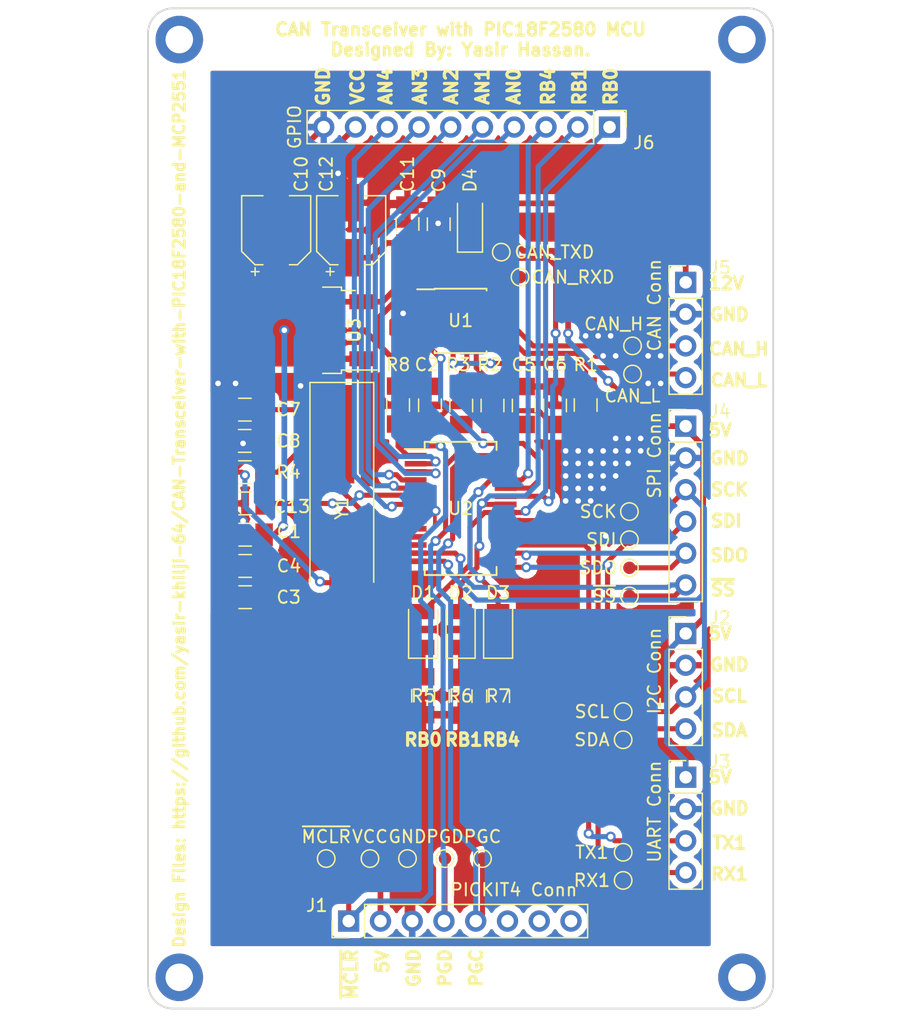
<source format=kicad_pcb>
(kicad_pcb (version 20171130) (host pcbnew "(5.0.0)")
  (layers (0 F.Cu signal) (31 B.Cu signal) (34 B.Paste user) (35 F.Paste user) (36 B.SilkS user) (37 F.SilkS user) (38 B.Mask user) (39 F.Mask user) (44 Edge.Cuts user))
  (net 0 "")
  (net 1 VCC)
  (net 2 GND)
  (net 3 "Net-(C5-Pad1)")
  (net 4 "Net-(C6-Pad1)")
  (net 5 /OSC1)
  (net 6 /OSC2)
  (net 7 +12V)
  (net 8 "Net-(D1-Pad1)")
  (net 9 /LED_RB0)
  (net 10 /LED_RB1)
  (net 11 "Net-(D2-Pad1)")
  (net 12 "Net-(D3-Pad1)")
  (net 13 /LED_RB4)
  (net 14 /~MCLR~)
  (net 15 /PGD)
  (net 16 /PGC)
  (net 17 "Net-(J1-Pad7)")
  (net 18 "Net-(J1-Pad8)")
  (net 19 /SDA_SDI)
  (net 20 /SCL_SCK)
  (net 21 /TX1)
  (net 22 /RX1)
  (net 23 /SDO)
  (net 24 /~SS~)
  (net 25 /CAN_H)
  (net 26 /CAN_L)
  (net 27 "Net-(R1-Pad1)")
  (net 28 /CAN_TXD)
  (net 29 /CAN_RXD)
  (net 30 "Net-(U1-Pad5)")
  (net 31 "Net-(U2-Pad11)")
  (net 32 "Net-(U2-Pad12)")
  (net 33 "Net-(J1-Pad6)")
  (net 34 "Net-(U2-Pad26)")
  (net 35 "Net-(C13-Pad1)")
  (net 36 /AN0)
  (net 37 /AN1)
  (net 38 /AN2)
  (net 39 /AN3)
  (net 40 /AN4)
  (net 41 /Vin)
  (module MountingHole:MountingHole_2.2mm_M2_DIN965_Pad (layer F.Cu) (at 174.5 149.9)
    (fp_text reference "" (at 0 -2.9) (layer F.SilkS))
    (fp_text value MountingHole_2.2mm_M2_DIN965_Pad)
    (pad 1 thru_hole circle (at 0 0) (size 3.8 3.8) (drill 2.2) (layers *.Cu *.Mask))
  )
  (module MountingHole:MountingHole_2.2mm_M2_DIN965_Pad (layer F.Cu) (at 174.5 74.9)
    (fp_text reference "" (at 0 -2.9) (layer F.SilkS))
    (fp_text value MountingHole_2.2mm_M2_DIN965_Pad)
    (pad 1 thru_hole circle (at 0 0) (size 3.8 3.8) (drill 2.2) (layers *.Cu *.Mask))
  )
  (module MountingHole:MountingHole_2.2mm_M2_DIN965_Pad (layer F.Cu) (at 129.5 74.9)
    (fp_text reference "" (at 0.5 3) (layer F.SilkS))
    (fp_text value MountingHole_2.2mm_M2_DIN965_Pad)
    (pad 1 thru_hole circle (at 0 0) (size 3.8 3.8) (drill 2.2) (layers *.Cu *.Mask))
  )
  (module MountingHole:MountingHole_2.2mm_M2_DIN965_Pad (layer F.Cu) (at 129.5 149.9)
    (fp_text reference "" (at 0 -2.9) (layer F.SilkS))
    (fp_text value MountingHole_2.2mm_M2_DIN965_Pad)
    (pad 1 thru_hole circle (at 0 0) (size 3.8 3.8) (drill 2.2) (layers *.Cu *.Mask))
  )
  (module Capacitor_SMD:C_1206_3216Metric_Pad1.39x1.80mm_HandSolder (layer F.Cu) (at 134.7675 114.5 180)
    (fp_text reference C1 (at -3.5 0.25) (layer F.SilkS))
    (fp_text value 100nF)
    (pad 1 smd rect (at -1.5175 0 180) (size 1.395 1.8) (layers F.Cu F.Paste F.Mask) (net 1 VCC))
    (pad 2 smd rect (at 1.5175 0 180) (size 1.395 1.8) (layers F.Cu F.Paste F.Mask) (net 2 GND))
  )
  (module Capacitor_SMD:C_1206_3216Metric_Pad1.39x1.80mm_HandSolder (layer F.Cu) (at 149.55 104.15 270)
    (fp_text reference C2 (at -3.25 0.25) (layer F.SilkS))
    (fp_text value 100nF)
    (pad 2 smd rect (at 1.5175 0 270) (size 1.395 1.8) (layers F.Cu F.Paste F.Mask) (net 2 GND))
    (pad 1 smd rect (at -1.5175 0 270) (size 1.395 1.8) (layers F.Cu F.Paste F.Mask) (net 1 VCC))
  )
  (module Capacitor_SMD:C_1206_3216Metric_Pad1.39x1.80mm_HandSolder (layer F.Cu) (at 134.7675 119.5 180)
    (fp_text reference C3 (at -3.4825 0 180) (layer F.SilkS))
    (fp_text value 100nF)
    (pad 2 smd rect (at 1.5175 0 180) (size 1.395 1.8) (layers F.Cu F.Paste F.Mask) (net 2 GND))
    (pad 1 smd rect (at -1.5175 0 180) (size 1.395 1.8) (layers F.Cu F.Paste F.Mask) (net 1 VCC))
  )
  (module Capacitor_SMD:C_1206_3216Metric_Pad1.39x1.80mm_HandSolder (layer F.Cu) (at 134.7675 117 180)
    (fp_text reference C4 (at -3.5 0) (layer F.SilkS))
    (fp_text value 100nF)
    (pad 1 smd rect (at -1.5175 0 180) (size 1.395 1.8) (layers F.Cu F.Paste F.Mask) (net 1 VCC))
    (pad 2 smd rect (at 1.5175 0 180) (size 1.395 1.8) (layers F.Cu F.Paste F.Mask) (net 2 GND))
  )
  (module Capacitor_SMD:C_1206_3216Metric_Pad1.39x1.80mm_HandSolder (layer F.Cu) (at 157.05 104.1675 90)
    (fp_text reference C5 (at 3.2675 0 180) (layer F.SilkS))
    (fp_text value 560pF)
    (pad 1 smd rect (at -1.5175 0 90) (size 1.395 1.8) (layers F.Cu F.Paste F.Mask) (net 3 "Net-(C5-Pad1)"))
    (pad 2 smd rect (at 1.5175 0 90) (size 1.395 1.8) (layers F.Cu F.Paste F.Mask) (net 2 GND))
  )
  (module Capacitor_SMD:C_1206_3216Metric_Pad1.39x1.80mm_HandSolder (layer F.Cu) (at 159.55 104.1675 90)
    (fp_text reference C6 (at 3.2675 0 180) (layer F.SilkS))
    (fp_text value 560pF)
    (pad 1 smd rect (at -1.5175 0 90) (size 1.395 1.8) (layers F.Cu F.Paste F.Mask) (net 4 "Net-(C6-Pad1)"))
    (pad 2 smd rect (at 1.5175 0 90) (size 1.395 1.8) (layers F.Cu F.Paste F.Mask) (net 2 GND))
  )
  (module Capacitor_SMD:C_1206_3216Metric_Pad1.39x1.80mm_HandSolder (layer F.Cu) (at 134.75 104.5 180)
    (fp_text reference C7 (at -3.4825 0) (layer F.SilkS))
    (fp_text value 22pF)
    (pad 2 smd rect (at 1.5175 0 180) (size 1.395 1.8) (layers F.Cu F.Paste F.Mask) (net 2 GND))
    (pad 1 smd rect (at -1.5175 0 180) (size 1.395 1.8) (layers F.Cu F.Paste F.Mask) (net 5 /OSC1))
  )
  (module Capacitor_SMD:C_1206_3216Metric_Pad1.39x1.80mm_HandSolder (layer F.Cu) (at 134.7325 107 180)
    (fp_text reference C8 (at -3.5 0) (layer F.SilkS))
    (fp_text value 22pF)
    (pad 2 smd rect (at 1.5175 0 180) (size 1.395 1.8) (layers F.Cu F.Paste F.Mask) (net 2 GND))
    (pad 1 smd rect (at -1.5175 0 180) (size 1.395 1.8) (layers F.Cu F.Paste F.Mask) (net 6 /OSC2))
  )
  (module Capacitor_SMD:C_1206_3216Metric_Pad1.39x1.80mm_HandSolder (layer F.Cu) (at 150.25 89.6675 90)
    (fp_text reference C9 (at 3.5175 0 90) (layer F.SilkS))
    (fp_text value 100nF)
    (pad 2 smd rect (at 1.5175 0 90) (size 1.395 1.8) (layers F.Cu F.Paste F.Mask) (net 2 GND))
    (pad 1 smd rect (at -1.5175 0 90) (size 1.395 1.8) (layers F.Cu F.Paste F.Mask) (net 41 /Vin))
  )
  (module Capacitor_SMD:CP_Elec_5x5.9 (layer F.Cu) (at 137.25 90.15 90)
    (fp_text reference C10 (at 4.5 2 270) (layer F.SilkS))
    (fp_text value 100uF)
    (pad 2 smd rect (at 2.2 0 90) (size 3 1.6) (layers F.Cu F.Paste F.Mask) (net 2 GND))
    (pad 1 smd rect (at -2.2 0 90) (size 3 1.6) (layers F.Cu F.Paste F.Mask) (net 41 /Vin))
  )
  (module Capacitor_SMD:C_1206_3216Metric_Pad1.39x1.80mm_HandSolder (layer F.Cu) (at 147.75 89.65 90)
    (fp_text reference C11 (at 4 0 90) (layer F.SilkS))
    (fp_text value 100nF)
    (pad 1 smd rect (at -1.5175 0 90) (size 1.395 1.8) (layers F.Cu F.Paste F.Mask) (net 1 VCC))
    (pad 2 smd rect (at 1.5175 0 90) (size 1.395 1.8) (layers F.Cu F.Paste F.Mask) (net 2 GND))
  )
  (module Capacitor_SMD:CP_Elec_5x5.9 (layer F.Cu) (at 143.25 90.15 90)
    (fp_text reference C12 (at 4.5 -2 270) (layer F.SilkS))
    (fp_text value 100uF)
    (pad 1 smd rect (at -2.2 0 90) (size 3 1.6) (layers F.Cu F.Paste F.Mask) (net 1 VCC))
    (pad 2 smd rect (at 2.2 0 90) (size 3 1.6) (layers F.Cu F.Paste F.Mask) (net 2 GND))
  )
  (module LED_SMD:LED_1206_3216Metric_Pad1.22x1.80mm_HandSolder (layer F.Cu) (at 149 122.08 90)
    (fp_text reference D1 (at 2.93 0 180) (layer F.SilkS))
    (fp_text value Green)
    (pad 1 smd rect (at -1.43 0 90) (size 1.22 1.8) (layers F.Cu F.Paste F.Mask) (net 8 "Net-(D1-Pad1)"))
    (pad 2 smd rect (at 1.43 0 90) (size 1.22 1.8) (layers F.Cu F.Paste F.Mask) (net 9 /LED_RB0))
  )
  (module LED_SMD:LED_1206_3216Metric_Pad1.22x1.80mm_HandSolder (layer F.Cu) (at 152 122.08 90)
    (fp_text reference D2 (at 2.93 0 180) (layer F.SilkS))
    (fp_text value Green)
    (pad 2 smd rect (at 1.43 0 90) (size 1.22 1.8) (layers F.Cu F.Paste F.Mask) (net 10 /LED_RB1))
    (pad 1 smd rect (at -1.43 0 90) (size 1.22 1.8) (layers F.Cu F.Paste F.Mask) (net 11 "Net-(D2-Pad1)"))
  )
  (module LED_SMD:LED_1206_3216Metric_Pad1.22x1.80mm_HandSolder (layer F.Cu) (at 155 122.08 90)
    (fp_text reference D3 (at 2.93 0 180) (layer F.SilkS))
    (fp_text value Green)
    (pad 1 smd rect (at -1.43 0 90) (size 1.22 1.8) (layers F.Cu F.Paste F.Mask) (net 12 "Net-(D3-Pad1)"))
    (pad 2 smd rect (at 1.43 0 90) (size 1.22 1.8) (layers F.Cu F.Paste F.Mask) (net 13 /LED_RB4))
  )
  (module Connector_PinHeader_2.54mm:PinHeader_1x08_P2.54mm_Vertical (layer F.Cu) (at 143.05 145.4 90)
    (fp_text reference J1 (at 1.25 -2.55 180) (layer F.SilkS))
    (fp_text value "PICKIT4 Conn" (at 2.5 13.2 180) (layer F.SilkS))
    (pad 1 thru_hole rect (at 0 0 90) (size 1.7 1.7) (drill 1) (layers *.Cu *.Mask) (net 14 /~MCLR~))
    (pad 2 thru_hole oval (at 0 2.54 90) (size 1.7 1.7) (drill 1) (layers *.Cu *.Mask) (net 1 VCC))
    (pad 3 thru_hole oval (at 0 5.08 90) (size 1.7 1.7) (drill 1) (layers *.Cu *.Mask) (net 2 GND))
    (pad 4 thru_hole oval (at 0 7.62 90) (size 1.7 1.7) (drill 1) (layers *.Cu *.Mask) (net 15 /PGD))
    (pad 5 thru_hole oval (at 0 10.16 90) (size 1.7 1.7) (drill 1) (layers *.Cu *.Mask) (net 16 /PGC))
    (pad 6 thru_hole oval (at 0 12.7 90) (size 1.7 1.7) (drill 1) (layers *.Cu *.Mask) (net 33 "Net-(J1-Pad6)"))
    (pad 7 thru_hole oval (at 0 15.24 90) (size 1.7 1.7) (drill 1) (layers *.Cu *.Mask) (net 17 "Net-(J1-Pad7)"))
    (pad 8 thru_hole oval (at 0 17.78 90) (size 1.7 1.7) (drill 1) (layers *.Cu *.Mask) (net 18 "Net-(J1-Pad8)"))
  )
  (module Connector_PinHeader_2.54mm:PinHeader_1x04_P2.54mm_Vertical (layer F.Cu) (at 170 122.4)
    (fp_text reference J2 (at 2.75 -1.25 180) (layer F.SilkS))
    (fp_text value "I2C Conn" (at -2.5 3 90) (layer F.SilkS))
    (pad 4 thru_hole oval (at 0 7.62) (size 1.7 1.7) (drill 1) (layers *.Cu *.Mask) (net 19 /SDA_SDI))
    (pad 3 thru_hole oval (at 0 5.08) (size 1.7 1.7) (drill 1) (layers *.Cu *.Mask) (net 20 /SCL_SCK))
    (pad 2 thru_hole oval (at 0 2.54) (size 1.7 1.7) (drill 1) (layers *.Cu *.Mask) (net 2 GND))
    (pad 1 thru_hole rect (at 0 0) (size 1.7 1.7) (drill 1) (layers *.Cu *.Mask) (net 1 VCC))
  )
  (module Connector_PinHeader_2.54mm:PinHeader_1x04_P2.54mm_Vertical (layer F.Cu) (at 170 133.9)
    (fp_text reference J3 (at 2.75 -1.25) (layer F.SilkS))
    (fp_text value "UART Conn" (at -2.5 2.75 90) (layer F.SilkS))
    (pad 1 thru_hole rect (at 0 0) (size 1.7 1.7) (drill 1) (layers *.Cu *.Mask) (net 1 VCC))
    (pad 2 thru_hole oval (at 0 2.54) (size 1.7 1.7) (drill 1) (layers *.Cu *.Mask) (net 2 GND))
    (pad 3 thru_hole oval (at 0 5.08) (size 1.7 1.7) (drill 1) (layers *.Cu *.Mask) (net 21 /TX1))
    (pad 4 thru_hole oval (at 0 7.62) (size 1.7 1.7) (drill 1) (layers *.Cu *.Mask) (net 22 /RX1))
  )
  (module Connector_PinHeader_2.54mm:PinHeader_1x06_P2.54mm_Vertical (layer F.Cu) (at 170 105.82)
    (fp_text reference J4 (at 2.75 -1.17 180) (layer F.SilkS))
    (fp_text value "SPI Conn" (at -2.5 2.33 90) (layer F.SilkS))
    (pad 1 thru_hole rect (at 0 0) (size 1.7 1.7) (drill 1) (layers *.Cu *.Mask) (net 1 VCC))
    (pad 2 thru_hole oval (at 0 2.54) (size 1.7 1.7) (drill 1) (layers *.Cu *.Mask) (net 2 GND))
    (pad 3 thru_hole oval (at 0 5.08) (size 1.7 1.7) (drill 1) (layers *.Cu *.Mask) (net 20 /SCL_SCK))
    (pad 4 thru_hole oval (at 0 7.62) (size 1.7 1.7) (drill 1) (layers *.Cu *.Mask) (net 19 /SDA_SDI))
    (pad 5 thru_hole oval (at 0 10.16) (size 1.7 1.7) (drill 1) (layers *.Cu *.Mask) (net 23 /SDO))
    (pad 6 thru_hole oval (at 0 12.7) (size 1.7 1.7) (drill 1) (layers *.Cu *.Mask) (net 24 /~SS~))
  )
  (module Connector_PinHeader_2.54mm:PinHeader_1x04_P2.54mm_Vertical (layer F.Cu) (at 170 94.32)
    (fp_text reference J5 (at 2.75 -1.17) (layer F.SilkS))
    (fp_text value "CAN Conn" (at -2.5 1.83 90) (layer F.SilkS))
    (pad 1 thru_hole rect (at 0 0) (size 1.7 1.7) (drill 1) (layers *.Cu *.Mask) (net 7 +12V))
    (pad 2 thru_hole oval (at 0 2.54) (size 1.7 1.7) (drill 1) (layers *.Cu *.Mask) (net 2 GND))
    (pad 3 thru_hole oval (at 0 5.08) (size 1.7 1.7) (drill 1) (layers *.Cu *.Mask) (net 25 /CAN_H))
    (pad 4 thru_hole oval (at 0 7.62) (size 1.7 1.7) (drill 1) (layers *.Cu *.Mask) (net 26 /CAN_L))
  )
  (module Resistor_SMD:R_1206_3216Metric_Pad1.39x1.80mm_HandSolder (layer F.Cu) (at 162 104.1325 270)
    (fp_text reference R1 (at -3.2325 0) (layer F.SilkS))
    (fp_text value 4.7k)
    (pad 1 smd rect (at -1.5175 0 270) (size 1.395 1.8) (layers F.Cu F.Paste F.Mask) (net 27 "Net-(R1-Pad1)"))
    (pad 2 smd rect (at 1.5175 0 270) (size 1.395 1.8) (layers F.Cu F.Paste F.Mask) (net 2 GND))
  )
  (module Resistor_SMD:R_1206_3216Metric_Pad1.39x1.80mm_HandSolder (layer F.Cu) (at 154.55 104.1675 270)
    (fp_text reference R2 (at -3.2675 0.25) (layer F.SilkS))
    (fp_text value 100)
    (pad 1 smd rect (at -1.5175 0 270) (size 1.395 1.8) (layers F.Cu F.Paste F.Mask) (net 26 /CAN_L))
    (pad 2 smd rect (at 1.5175 0 270) (size 1.395 1.8) (layers F.Cu F.Paste F.Mask) (net 3 "Net-(C5-Pad1)"))
  )
  (module Resistor_SMD:R_1206_3216Metric_Pad1.39x1.80mm_HandSolder (layer F.Cu) (at 152.05 104.1675 270)
    (fp_text reference R3 (at -3.2675 0.25) (layer F.SilkS))
    (fp_text value 100)
    (pad 2 smd rect (at 1.5175 0 270) (size 1.395 1.8) (layers F.Cu F.Paste F.Mask) (net 4 "Net-(C6-Pad1)"))
    (pad 1 smd rect (at -1.5175 0 270) (size 1.395 1.8) (layers F.Cu F.Paste F.Mask) (net 25 /CAN_H))
  )
  (module Resistor_SMD:R_1206_3216Metric_Pad1.39x1.80mm_HandSolder (layer F.Cu) (at 134.75 109.5)
    (fp_text reference R4 (at 3.4825 0) (layer F.SilkS))
    (fp_text value 1M)
    (pad 1 smd rect (at -1.5175 0) (size 1.395 1.8) (layers F.Cu F.Paste F.Mask) (net 6 /OSC2))
    (pad 2 smd rect (at 1.5175 0) (size 1.395 1.8) (layers F.Cu F.Paste F.Mask) (net 5 /OSC1))
  )
  (module Resistor_SMD:R_1206_3216Metric_Pad1.39x1.80mm_HandSolder (layer F.Cu) (at 149 127.3825 90)
    (fp_text reference R5 (at -0.0175 0 180) (layer F.SilkS))
    (fp_text value 330)
    (pad 2 smd rect (at 1.5175 0 90) (size 1.395 1.8) (layers F.Cu F.Paste F.Mask) (net 8 "Net-(D1-Pad1)"))
    (pad 1 smd rect (at -1.5175 0 90) (size 1.395 1.8) (layers F.Cu F.Paste F.Mask) (net 2 GND))
  )
  (module Resistor_SMD:R_1206_3216Metric_Pad1.39x1.80mm_HandSolder (layer F.Cu) (at 152 127.4175 90)
    (fp_text reference R6 (at 0.0175 0 180) (layer F.SilkS))
    (fp_text value 330)
    (pad 2 smd rect (at 1.5175 0 90) (size 1.395 1.8) (layers F.Cu F.Paste F.Mask) (net 11 "Net-(D2-Pad1)"))
    (pad 1 smd rect (at -1.5175 0 90) (size 1.395 1.8) (layers F.Cu F.Paste F.Mask) (net 2 GND))
  )
  (module Resistor_SMD:R_1206_3216Metric_Pad1.39x1.80mm_HandSolder (layer F.Cu) (at 155 127.4175 90)
    (fp_text reference R7 (at 0.0175 0 180) (layer F.SilkS))
    (fp_text value 330)
    (pad 1 smd rect (at -1.5175 0 90) (size 1.395 1.8) (layers F.Cu F.Paste F.Mask) (net 2 GND))
    (pad 2 smd rect (at 1.5175 0 90) (size 1.395 1.8) (layers F.Cu F.Paste F.Mask) (net 12 "Net-(D3-Pad1)"))
  )
  (module Resistor_SMD:R_1206_3216Metric_Pad1.39x1.80mm_HandSolder (layer F.Cu) (at 147 104.1325 270)
    (fp_text reference R8 (at -3.2325 0) (layer F.SilkS))
    (fp_text value 10k)
    (pad 2 smd rect (at 1.5175 0 270) (size 1.395 1.8) (layers F.Cu F.Paste F.Mask) (net 14 /~MCLR~))
    (pad 1 smd rect (at -1.5175 0 270) (size 1.395 1.8) (layers F.Cu F.Paste F.Mask) (net 1 VCC))
  )
  (module TestPoint:TestPoint_Pad_D1.0mm (layer F.Cu) (at 141.25 140.4 180)
    (fp_text reference TP1)
    (fp_text value ~MCLR~ (at 0 1.75 180) (layer F.SilkS))
    (pad 1 smd circle (at 0 0 180) (size 1 1) (layers F.Cu F.Mask) (net 14 /~MCLR~))
  )
  (module TestPoint:TestPoint_Pad_D1.0mm (layer F.Cu) (at 150.75 140.4 180)
    (fp_text reference TP2)
    (fp_text value PGD (at 0 1.75 180) (layer F.SilkS))
    (pad 1 smd circle (at 0 0 180) (size 1 1) (layers F.Cu F.Mask) (net 15 /PGD))
  )
  (module TestPoint:TestPoint_Pad_D1.0mm (layer F.Cu) (at 153.75 140.4 180)
    (fp_text reference TP3)
    (fp_text value PGC (at 0 1.75 180) (layer F.SilkS))
    (pad 1 smd circle (at 0 0 180) (size 1 1) (layers F.Cu F.Mask) (net 16 /PGC))
  )
  (module TestPoint:TestPoint_Pad_D1.0mm (layer F.Cu) (at 165.75 99.4 180)
    (fp_text reference TP5)
    (fp_text value CAN_H (at 1.5 1.75 180) (layer F.SilkS))
    (pad 1 smd circle (at 0 0 180) (size 1 1) (layers F.Cu F.Mask) (net 25 /CAN_H))
  )
  (module TestPoint:TestPoint_Pad_D1.0mm (layer F.Cu) (at 165.75 101.65)
    (fp_text reference TP6)
    (fp_text value CAN_L (at 0 1.75) (layer F.SilkS))
    (pad 1 smd circle (at 0 0) (size 1 1) (layers F.Cu F.Mask) (net 26 /CAN_L))
  )
  (module TestPoint:TestPoint_Pad_D1.0mm (layer F.Cu) (at 155.25 91.9 90)
    (fp_text reference TP7)
    (fp_text value CAN_TXD (at 0 4.25 180) (layer F.SilkS))
    (pad 1 smd circle (at 0 0 90) (size 1 1) (layers F.Cu F.Mask) (net 28 /CAN_TXD))
  )
  (module TestPoint:TestPoint_Pad_D1.0mm (layer F.Cu) (at 156.75 93.9 90)
    (fp_text reference TP8)
    (fp_text value CAN_RXD (at 0 4.25 180) (layer F.SilkS))
    (pad 1 smd circle (at 0 0 90) (size 1 1) (layers F.Cu F.Mask) (net 29 /CAN_RXD))
  )
  (module TestPoint:TestPoint_Pad_D1.0mm (layer F.Cu) (at 165 128.65 180)
    (fp_text reference TP9)
    (fp_text value SCL (at 2.5 0 180) (layer F.SilkS))
    (pad 1 smd circle (at 0 0 180) (size 1 1) (layers F.Cu F.Mask) (net 20 /SCL_SCK))
  )
  (module TestPoint:TestPoint_Pad_D1.0mm (layer F.Cu) (at 165 130.9 180)
    (fp_text reference TP10)
    (fp_text value SDA (at 2.5 0 180) (layer F.SilkS))
    (pad 1 smd circle (at 0 0 180) (size 1 1) (layers F.Cu F.Mask) (net 19 /SDA_SDI))
  )
  (module TestPoint:TestPoint_Pad_D1.0mm (layer F.Cu) (at 165 139.9 180)
    (fp_text reference TP11)
    (fp_text value TX1 (at 2.5 0 180) (layer F.SilkS))
    (pad 1 smd circle (at 0 0 180) (size 1 1) (layers F.Cu F.Mask) (net 21 /TX1))
  )
  (module TestPoint:TestPoint_Pad_D1.0mm (layer F.Cu) (at 165 142.15 180)
    (fp_text reference TP12)
    (fp_text value RX1 (at 2.5 0 180) (layer F.SilkS))
    (pad 1 smd circle (at 0 0 180) (size 1 1) (layers F.Cu F.Mask) (net 22 /RX1))
  )
  (module TestPoint:TestPoint_Pad_D1.0mm (layer F.Cu) (at 165.5 112.65 180)
    (fp_text reference TP13)
    (fp_text value SCK (at 2.5 0 180) (layer F.SilkS))
    (pad 1 smd circle (at 0 0 180) (size 1 1) (layers F.Cu F.Mask) (net 20 /SCL_SCK))
  )
  (module TestPoint:TestPoint_Pad_D1.0mm (layer F.Cu) (at 165.5 114.9 180)
    (fp_text reference TP14)
    (fp_text value SDI (at 2.25 0 180) (layer F.SilkS))
    (pad 1 smd circle (at 0 0 180) (size 1 1) (layers F.Cu F.Mask) (net 19 /SDA_SDI))
  )
  (module TestPoint:TestPoint_Pad_D1.0mm (layer F.Cu) (at 165.5 117.15 180)
    (fp_text reference TP15)
    (fp_text value SDO (at 2.5 0 180) (layer F.SilkS))
    (pad 1 smd circle (at 0 0 180) (size 1 1) (layers F.Cu F.Mask) (net 23 /SDO))
  )
  (module TestPoint:TestPoint_Pad_D1.0mm (layer F.Cu) (at 165.5 119.4 180)
    (fp_text reference TP16)
    (fp_text value ~SS~ (at 2 0 180) (layer F.SilkS))
    (pad 1 smd circle (at 0 0 180) (size 1 1) (layers F.Cu F.Mask) (net 24 /~SS~))
  )
  (module TestPoint:TestPoint_Pad_D1.0mm (layer F.Cu) (at 144.75 140.4 180)
    (fp_text reference TP17)
    (fp_text value VCC (at 0 1.75 180) (layer F.SilkS))
    (pad 1 smd circle (at 0 0 180) (size 1 1) (layers F.Cu F.Mask) (net 1 VCC))
  )
  (module TestPoint:TestPoint_Pad_D1.0mm (layer F.Cu) (at 147.75 140.4 180)
    (fp_text reference TP18)
    (fp_text value GND (at 0 1.75 180) (layer F.SilkS))
    (pad 1 smd circle (at 0 0 180) (size 1 1) (layers F.Cu F.Mask) (net 2 GND))
  )
  (module Package_SO:SOIC-8_3.9x4.9mm_P1.27mm (layer F.Cu) (at 152 97.4)
    (fp_text reference U1 (at 0 -0.025001) (layer F.SilkS))
    (fp_text value MCP2551-I-SN)
    (pad 1 smd rect (at -2.7 -1.905) (size 1.55 0.6) (layers F.Cu F.Paste F.Mask) (net 28 /CAN_TXD))
    (pad 2 smd rect (at -2.7 -0.635) (size 1.55 0.6) (layers F.Cu F.Paste F.Mask) (net 2 GND))
    (pad 3 smd rect (at -2.7 0.635) (size 1.55 0.6) (layers F.Cu F.Paste F.Mask) (net 1 VCC))
    (pad 4 smd rect (at -2.7 1.905) (size 1.55 0.6) (layers F.Cu F.Paste F.Mask) (net 29 /CAN_RXD))
    (pad 5 smd rect (at 2.7 1.905) (size 1.55 0.6) (layers F.Cu F.Paste F.Mask) (net 30 "Net-(U1-Pad5)"))
    (pad 6 smd rect (at 2.7 0.635) (size 1.55 0.6) (layers F.Cu F.Paste F.Mask) (net 26 /CAN_L))
    (pad 7 smd rect (at 2.7 -0.635) (size 1.55 0.6) (layers F.Cu F.Paste F.Mask) (net 25 /CAN_H))
    (pad 8 smd rect (at 2.7 -1.905) (size 1.55 0.6) (layers F.Cu F.Paste F.Mask) (net 27 "Net-(R1-Pad1)"))
  )
  (module Package_SO:SSOP-28_5.3x10.2mm_P0.65mm (layer F.Cu) (at 152 112.4)
    (fp_text reference U2 (at 0 0) (layer F.SilkS))
    (fp_text value PIC18F25K80_ISS)
    (pad 1 smd rect (at -3.6 -4.225) (size 1.75 0.45) (layers F.Cu F.Paste F.Mask) (net 14 /~MCLR~))
    (pad 2 smd rect (at -3.6 -3.575) (size 1.75 0.45) (layers F.Cu F.Paste F.Mask) (net 36 /AN0))
    (pad 3 smd rect (at -3.6 -2.925) (size 1.75 0.45) (layers F.Cu F.Paste F.Mask) (net 37 /AN1))
    (pad 4 smd rect (at -3.6 -2.275) (size 1.75 0.45) (layers F.Cu F.Paste F.Mask) (net 38 /AN2))
    (pad 5 smd rect (at -3.6 -1.625) (size 1.75 0.45) (layers F.Cu F.Paste F.Mask) (net 39 /AN3))
    (pad 6 smd rect (at -3.6 -0.975) (size 1.75 0.45) (layers F.Cu F.Paste F.Mask) (net 35 "Net-(C13-Pad1)"))
    (pad 7 smd rect (at -3.6 -0.325) (size 1.75 0.45) (layers F.Cu F.Paste F.Mask) (net 40 /AN4))
    (pad 8 smd rect (at -3.6 0.325) (size 1.75 0.45) (layers F.Cu F.Paste F.Mask) (net 2 GND))
    (pad 9 smd rect (at -3.6 0.975) (size 1.75 0.45) (layers F.Cu F.Paste F.Mask) (net 5 /OSC1))
    (pad 10 smd rect (at -3.6 1.625) (size 1.75 0.45) (layers F.Cu F.Paste F.Mask) (net 6 /OSC2))
    (pad 11 smd rect (at -3.6 2.275) (size 1.75 0.45) (layers F.Cu F.Paste F.Mask) (net 31 "Net-(U2-Pad11)"))
    (pad 12 smd rect (at -3.6 2.925) (size 1.75 0.45) (layers F.Cu F.Paste F.Mask) (net 32 "Net-(U2-Pad12)"))
    (pad 13 smd rect (at -3.6 3.575) (size 1.75 0.45) (layers F.Cu F.Paste F.Mask) (net 24 /~SS~))
    (pad 14 smd rect (at -3.6 4.225) (size 1.75 0.45) (layers F.Cu F.Paste F.Mask) (net 20 /SCL_SCK))
    (pad 15 smd rect (at 3.6 4.225) (size 1.75 0.45) (layers F.Cu F.Paste F.Mask) (net 19 /SDA_SDI))
    (pad 16 smd rect (at 3.6 3.575) (size 1.75 0.45) (layers F.Cu F.Paste F.Mask) (net 23 /SDO))
    (pad 17 smd rect (at 3.6 2.925) (size 1.75 0.45) (layers F.Cu F.Paste F.Mask) (net 21 /TX1))
    (pad 18 smd rect (at 3.6 2.275) (size 1.75 0.45) (layers F.Cu F.Paste F.Mask) (net 22 /RX1))
    (pad 19 smd rect (at 3.6 1.625) (size 1.75 0.45) (layers F.Cu F.Paste F.Mask) (net 2 GND))
    (pad 20 smd rect (at 3.6 0.975) (size 1.75 0.45) (layers F.Cu F.Paste F.Mask) (net 1 VCC))
    (pad 21 smd rect (at 3.6 0.325) (size 1.75 0.45) (layers F.Cu F.Paste F.Mask) (net 9 /LED_RB0))
    (pad 22 smd rect (at 3.6 -0.325) (size 1.75 0.45) (layers F.Cu F.Paste F.Mask) (net 10 /LED_RB1))
    (pad 23 smd rect (at 3.6 -0.975) (size 1.75 0.45) (layers F.Cu F.Paste F.Mask) (net 28 /CAN_TXD))
    (pad 24 smd rect (at 3.6 -1.625) (size 1.75 0.45) (layers F.Cu F.Paste F.Mask) (net 29 /CAN_RXD))
    (pad 25 smd rect (at 3.6 -2.275) (size 1.75 0.45) (layers F.Cu F.Paste F.Mask) (net 13 /LED_RB4))
    (pad 26 smd rect (at 3.6 -2.925) (size 1.75 0.45) (layers F.Cu F.Paste F.Mask) (net 34 "Net-(U2-Pad26)"))
    (pad 27 smd rect (at 3.6 -3.575) (size 1.75 0.45) (layers F.Cu F.Paste F.Mask) (net 16 /PGC))
    (pad 28 smd rect (at 3.6 -4.225) (size 1.75 0.45) (layers F.Cu F.Paste F.Mask) (net 15 /PGD))
  )
  (module Package_TO_SOT_SMD:TO-252-2 (layer F.Cu) (at 140 98.15 180)
    (fp_text reference U3 (at -3.5 0 270) (layer F.SilkS))
    (fp_text value NCP1117-5.0_TO252)
    (pad 1 smd rect (at -4.2 -2.28 180) (size 2.2 1.2) (layers F.Cu F.Paste F.Mask) (net 2 GND))
    (pad 3 smd rect (at -4.2 2.28 180) (size 2.2 1.2) (layers F.Cu F.Paste F.Mask) (net 41 /Vin))
    (pad 2 smd rect (at 2.1 0 180) (size 6.4 5.8) (layers F.Cu F.Mask) (net 1 VCC))
  )
  (module Crystal:Crystal_SMD_HC49-SD_HandSoldering (layer F.Cu) (at 142.5 112.4 270)
    (fp_text reference Y1 (at 0 0 270) (layer F.SilkS))
    (fp_text value 20MHz)
    (pad 1 smd rect (at -5.9375 0 270) (size 7.875 2) (layers F.Cu F.Paste F.Mask) (net 5 /OSC1))
    (pad 2 smd rect (at 5.9375 0 270) (size 7.875 2) (layers F.Cu F.Paste F.Mask) (net 6 /OSC2))
  )
  (module Capacitor_SMD:C_1206_3216Metric_Pad1.39x1.80mm_HandSolder (layer F.Cu) (at 134.7675 112 180)
    (fp_text reference C13 (at -3.75 -0.25) (layer F.SilkS))
    (fp_text value 10uF)
    (pad 1 smd rect (at -1.5175 0 180) (size 1.395 1.8) (layers F.Cu F.Paste F.Mask) (net 35 "Net-(C13-Pad1)"))
    (pad 2 smd rect (at 1.5175 0 180) (size 1.395 1.8) (layers F.Cu F.Paste F.Mask) (net 2 GND))
  )
  (module Diode_SMD:D_SOD-123 (layer F.Cu) (at 152.75 89.65 90)
    (fp_text reference D4 (at 3.5 0 90) (layer F.SilkS))
    (fp_text value MBR0530)
    (pad 1 smd rect (at -1.65 0 90) (size 0.9 1.2) (layers F.Cu F.Paste F.Mask) (net 41 /Vin))
    (pad 2 smd rect (at 1.65 0 90) (size 0.9 1.2) (layers F.Cu F.Paste F.Mask) (net 7 +12V))
  )
  (module Connector_PinHeader_2.54mm:PinHeader_1x10_P2.54mm_Vertical (layer F.Cu) (at 163.91 81.9 270)
    (fp_text reference J6 (at 1.25 -2.75) (layer F.SilkS))
    (fp_text value GPIO (at 0 25.19 270) (layer F.SilkS))
    (pad 1 thru_hole rect (at 0 0 270) (size 1.7 1.7) (drill 1) (layers *.Cu *.Mask) (net 9 /LED_RB0))
    (pad 2 thru_hole oval (at 0 2.54 270) (size 1.7 1.7) (drill 1) (layers *.Cu *.Mask) (net 10 /LED_RB1))
    (pad 3 thru_hole oval (at 0 5.08 270) (size 1.7 1.7) (drill 1) (layers *.Cu *.Mask) (net 13 /LED_RB4))
    (pad 4 thru_hole oval (at 0 7.62 270) (size 1.7 1.7) (drill 1) (layers *.Cu *.Mask) (net 36 /AN0))
    (pad 5 thru_hole oval (at 0 10.16 270) (size 1.7 1.7) (drill 1) (layers *.Cu *.Mask) (net 37 /AN1))
    (pad 6 thru_hole oval (at 0 12.7 270) (size 1.7 1.7) (drill 1) (layers *.Cu *.Mask) (net 38 /AN2))
    (pad 7 thru_hole oval (at 0 15.24 270) (size 1.7 1.7) (drill 1) (layers *.Cu *.Mask) (net 39 /AN3))
    (pad 8 thru_hole oval (at 0 17.78 270) (size 1.7 1.7) (drill 1) (layers *.Cu *.Mask) (net 40 /AN4))
    (pad 9 thru_hole oval (at 0 20.32 270) (size 1.7 1.7) (drill 1) (layers *.Cu *.Mask) (net 1 VCC))
    (pad 10 thru_hole oval (at 0 22.86 270) (size 1.7 1.7) (drill 1) (layers *.Cu *.Mask) (net 2 GND))
  )
  (gr_text RB0 (at 164 78.65 90) (layer F.SilkS) (effects (font (size 1 1) (thickness 0.25))))
  (gr_text RB1 (at 161.5 78.65 90) (layer F.SilkS) (effects (font (size 1 1) (thickness 0.25))))
  (gr_text RB4 (at 159 78.65 90) (layer F.SilkS) (effects (font (size 1 1) (thickness 0.25))))
  (gr_text AN0 (at 156.25 78.65 90) (layer F.SilkS) (effects (font (size 1 1) (thickness 0.25))))
  (gr_text AN1 (at 153.75 78.65 90) (layer F.SilkS) (effects (font (size 1 1) (thickness 0.25))))
  (gr_text AN2 (at 151.25 78.65 90) (layer F.SilkS) (effects (font (size 1 1) (thickness 0.25))))
  (gr_text AN3 (at 148.75 78.65 90) (layer F.SilkS) (effects (font (size 1 1) (thickness 0.25))))
  (gr_text AN4 (at 146 78.65 90) (layer F.SilkS) (effects (font (size 1 1) (thickness 0.25))))
  (gr_text VCC (at 143.75 78.65 90) (layer F.SilkS) (effects (font (size 1 1) (thickness 0.25))))
  (gr_text GND (at 141 78.65 90) (layer F.SilkS) (effects (font (size 1 1) (thickness 0.25))))
  (gr_text PGC (at 153.25 149.15 90) (layer F.SilkS) (effects (font (size 1 1) (thickness 0.25))))
  (gr_text PGD (at 150.75 149.15 90) (layer F.SilkS) (effects (font (size 1 1) (thickness 0.25))))
  (gr_text GND (at 148.25 149.15 90) (layer F.SilkS) (effects (font (size 1 1) (thickness 0.25))))
  (gr_text 5V (at 145.75 148.65 90) (layer F.SilkS) (effects (font (size 1 1) (thickness 0.25))))
  (gr_text ~MCLR~ (at 143.25 149.65 90) (layer F.SilkS) (effects (font (size 1 1) (thickness 0.25))))
  (gr_text RX1 (at 173.5 141.65) (layer F.SilkS) (effects (font (size 1 1) (thickness 0.25))))
  (gr_text TX1 (at 173.5 139.15) (layer F.SilkS) (effects (font (size 1 1) (thickness 0.25))))
  (gr_text GND (at 173.5 136.4) (layer F.SilkS) (effects (font (size 1 1) (thickness 0.25))))
  (gr_text 5V (at 172.75 133.9) (layer F.SilkS) (effects (font (size 1 1) (thickness 0.25))))
  (gr_text SDA (at 173.5 130.15) (layer F.SilkS) (effects (font (size 1 1) (thickness 0.25))))
  (gr_text SCL (at 173.5 127.4) (layer F.SilkS) (effects (font (size 1 1) (thickness 0.25))))
  (gr_text GND (at 173.5 124.9) (layer F.SilkS) (effects (font (size 1 1) (thickness 0.25))))
  (gr_text 5V (at 172.75 122.4) (layer F.SilkS) (effects (font (size 1 1) (thickness 0.25))))
  (gr_text ~SS~ (at 173 118.9) (layer F.SilkS) (effects (font (size 1 1) (thickness 0.25))))
  (gr_text SDO (at 173.5 116.15) (layer F.SilkS) (effects (font (size 1 1) (thickness 0.25))))
  (gr_text SDI (at 173.25 113.4) (layer F.SilkS) (effects (font (size 1 1) (thickness 0.25))))
  (gr_text SCK (at 173.5 110.9) (layer F.SilkS) (effects (font (size 1 1) (thickness 0.25))))
  (gr_text GND (at 173.5 108.4) (layer F.SilkS) (effects (font (size 1 1) (thickness 0.25))))
  (gr_text 5V (at 172.75 106.15) (layer F.SilkS) (effects (font (size 1 1) (thickness 0.25))))
  (gr_text CAN_L (at 174.25 102.15) (layer F.SilkS) (effects (font (size 1 1) (thickness 0.25))))
  (gr_text CAN_H (at 174.25 99.65) (layer F.SilkS) (effects (font (size 1 1) (thickness 0.25))))
  (gr_text GND (at 173.5 96.9) (layer F.SilkS) (effects (font (size 1 1) (thickness 0.25))))
  (gr_text 12V (at 173.25 94.4) (layer F.SilkS) (effects (font (size 1 1) (thickness 0.25))))
  (gr_text "CAN Transceiver with PIC18F2580 MCU\nDesigned By: Yasir Hassan." (at 152 74.9) (layer F.SilkS) (effects (font (size 1 1) (thickness 0.25))))
  (gr_text "Design Files: https://github.com/yasir-khilji-64/CAN-Transceiver-with-PIC18F2580-and-MCP2551" (at 129.5 112.4 90) (layer F.SilkS) (effects (font (size 0.9 0.9) (thickness 0.225))))
  (gr_text RB4 (at 155.25 130.9) (layer F.SilkS) (effects (font (size 1 1) (thickness 0.25))))
  (gr_text RB1 (at 152.25 130.9) (layer F.SilkS) (effects (font (size 1 1) (thickness 0.25))))
  (gr_text RB0 (at 149 130.9) (layer F.SilkS) (effects (font (size 1 1) (thickness 0.25))))
  (gr_line (start 175 72.4) (end 129 72.4) (layer Edge.Cuts) (width 0.15))
  (gr_line (start 177 150.4) (end 177 74.4) (layer Edge.Cuts) (width 0.15))
  (gr_line (start 129 152.4) (end 175 152.4) (layer Edge.Cuts) (width 0.15))
  (gr_line (start 127 74.4) (end 127 150.4) (layer Edge.Cuts) (width 0.15))
  (gr_arc (start 175 74.4) (end 177 74.4) (angle -90) (layer Edge.Cuts) (width 0.15))
  (gr_arc (start 129 74.4) (end 129 72.4) (angle -90) (layer Edge.Cuts) (width 0.15))
  (gr_arc (start 129 150.4) (end 127 150.4) (angle -90) (layer Edge.Cuts) (width 0.15))
  (gr_arc (start 175 150.4) (end 175 152.4) (angle -90) (layer Edge.Cuts) (width 0.15))
  (segment (start 170 132.5928) (end 168.5 131.0928) (width 0.4572) (layer B.Cu) (net 1))
  (segment (start 170 133.9) (end 170 132.5928) (width 0.4572) (layer B.Cu) (net 1))
  (segment (start 168.5 131.0928) (end 168.5 123.9) (width 0.4572) (layer B.Cu) (net 1))
  (segment (start 168.5 123.9) (end 170 122.4) (width 0.4572) (layer B.Cu) (net 1))
  (segment (start 149.5325 102.615) (end 149.55 102.6325) (width 0.4572) (layer F.Cu) (net 1))
  (segment (start 147 102.615) (end 149.5325 102.615) (width 0.4572) (layer F.Cu) (net 1))
  (segment (start 141.5572 98.15) (end 137.9 98.15) (width 0.4572) (layer F.Cu) (net 1))
  (segment (start 144.305802 98.15) (end 141.5572 98.15) (width 0.4572) (layer F.Cu) (net 1))
  (segment (start 143.25 93.1) (end 143.25 92.35) (width 0.4572) (layer F.Cu) (net 1))
  (segment (start 137.9 98.15) (end 138.2 98.15) (width 0.4572) (layer F.Cu) (net 1))
  (segment (start 143.25 92.35) (end 144.9 92.35) (width 0.4572) (layer F.Cu) (net 1))
  (segment (start 146.0825 91.1675) (end 147.75 91.1675) (width 0.4572) (layer F.Cu) (net 1))
  (segment (start 144.9 92.35) (end 146.0825 91.1675) (width 0.4572) (layer F.Cu) (net 1))
  (segment (start 143.59 81.9) (end 141.25 84.24) (width 0.4572) (layer F.Cu) (net 1))
  (segment (start 143.25 91.65) (end 143.25 92.35) (width 0.4572) (layer F.Cu) (net 1))
  (segment (start 141.25 89.65) (end 143.25 91.65) (width 0.4572) (layer F.Cu) (net 1))
  (segment (start 141.25 84.24) (end 141.25 89.65) (width 0.4572) (layer F.Cu) (net 1))
  (segment (start 145.59 141.24) (end 144.75 140.4) (width 0.4572) (layer F.Cu) (net 1))
  (segment (start 145.59 145.4) (end 145.59 141.24) (width 0.4572) (layer F.Cu) (net 1))
  (segment (start 137.6 98.15) (end 135.6 96.15) (width 0.4572) (layer F.Cu) (net 1))
  (segment (start 137.9 98.15) (end 137.6 98.15) (width 0.4572) (layer F.Cu) (net 1))
  (segment (start 135.6 91.014198) (end 136.414198 90.2) (width 0.4572) (layer F.Cu) (net 1))
  (segment (start 135.6 96.15) (end 135.6 91.014198) (width 0.4572) (layer F.Cu) (net 1))
  (segment (start 140.7 90.2) (end 141.25 89.65) (width 0.4572) (layer F.Cu) (net 1))
  (segment (start 136.414198 90.2) (end 140.7 90.2) (width 0.4572) (layer F.Cu) (net 1))
  (segment (start 147 102.615) (end 147 101.2) (width 0.4572) (layer F.Cu) (net 1))
  (segment (start 147 101.2) (end 147 100.844198) (width 0.4572) (layer F.Cu) (net 1))
  (segment (start 170 106) (end 170 105.82) (width 0.4572) (layer F.Cu) (net 1))
  (segment (start 171.4 107.4) (end 170 106) (width 0.4572) (layer F.Cu) (net 1))
  (segment (start 171.4 121.2) (end 171.4 107.4) (width 0.4572) (layer F.Cu) (net 1))
  (segment (start 170 122.4) (end 170.2 122.4) (width 0.4572) (layer F.Cu) (net 1))
  (segment (start 170.2 122.4) (end 171.4 121.2) (width 0.4572) (layer F.Cu) (net 1))
  (segment (start 136.285 119.5) (end 136.285 117) (width 0.4572) (layer F.Cu) (net 1))
  (segment (start 136.285 117) (end 136.285 114.5) (width 0.4572) (layer F.Cu) (net 1))
  (via (at 137.9 98.15) (size 0.8) (drill 0.45) (layers F.Cu B.Cu) (net 1))
  (via (at 137.8 113.8) (size 0.8) (drill 0.45) (layers F.Cu B.Cu) (net 1))
  (segment (start 137.9 98.15) (end 137.9 113.7) (width 0.4572) (layer B.Cu) (net 1))
  (segment (start 137.9 113.7) (end 137.8 113.8) (width 0.4572) (layer B.Cu) (net 1))
  (segment (start 137.1 114.5) (end 136.285 114.5) (width 0.4572) (layer F.Cu) (net 1))
  (segment (start 137.8 113.8) (end 137.1 114.5) (width 0.4572) (layer F.Cu) (net 1))
  (segment (start 147 95.6) (end 148.4 94.2) (width 0.4572) (layer F.Cu) (net 1))
  (segment (start 148.4 94.2) (end 151.8 94.2) (width 0.4572) (layer F.Cu) (net 1))
  (segment (start 151.8 94.2) (end 154 92) (width 0.4572) (layer F.Cu) (net 1))
  (segment (start 154 92) (end 154 91.2) (width 0.4572) (layer F.Cu) (net 1))
  (segment (start 154 91.2) (end 154.181001 91.018999) (width 0.4572) (layer F.Cu) (net 1))
  (segment (start 154.181001 91.018999) (end 154.6 90.6) (width 0.4572) (layer F.Cu) (net 1))
  (segment (start 154.6 90.6) (end 155.8 90.6) (width 0.4572) (layer F.Cu) (net 1))
  (segment (start 155.8 90.6) (end 157 91.8) (width 0.4572) (layer F.Cu) (net 1))
  (segment (start 157 91.8) (end 159.226197 91.8) (width 0.4572) (layer F.Cu) (net 1))
  (segment (start 159.226197 91.8) (end 159.4 91.8) (width 0.4572) (layer F.Cu) (net 1))
  (via (at 160.6 98.4) (size 0.8) (drill 0.45) (layers F.Cu B.Cu) (net 1))
  (segment (start 159.4 91.8) (end 160.6 93) (width 0.4572) (layer F.Cu) (net 1))
  (segment (start 160.6 93) (end 160.6 98.4) (width 0.4572) (layer F.Cu) (net 1))
  (via (at 163.8 102.2) (size 0.8) (drill 0.45) (layers F.Cu B.Cu) (net 1))
  (segment (start 160.6 98.4) (end 160.6 99) (width 0.4572) (layer B.Cu) (net 1))
  (segment (start 160.6 99) (end 163.8 102.2) (width 0.4572) (layer B.Cu) (net 1))
  (segment (start 163.8 102.2) (end 167.42 105.82) (width 0.4572) (layer F.Cu) (net 1))
  (segment (start 156.735802 113.375) (end 156.760802 113.4) (width 0.4572) (layer F.Cu) (net 1))
  (segment (start 156.760802 113.4) (end 162.75 113.4) (width 0.4572) (layer F.Cu) (net 1))
  (segment (start 162.75 113.4) (end 167.5 108.65) (width 0.4572) (layer F.Cu) (net 1))
  (segment (start 155.6 113.375) (end 156.735802 113.375) (width 0.4572) (layer F.Cu) (net 1))
  (segment (start 167.5 105.92) (end 167.6 105.82) (width 0.4572) (layer F.Cu) (net 1))
  (segment (start 167.5 108.65) (end 167.5 105.92) (width 0.4572) (layer F.Cu) (net 1))
  (segment (start 167.42 105.82) (end 167.6 105.82) (width 0.4572) (layer F.Cu) (net 1))
  (segment (start 167.6 105.82) (end 170 105.82) (width 0.4572) (layer F.Cu) (net 1))
  (segment (start 145.555802 97.044198) (end 145.555802 99.4) (width 0.4572) (layer F.Cu) (net 1))
  (segment (start 147 95.6) (end 145.555802 97.044198) (width 0.4572) (layer F.Cu) (net 1))
  (segment (start 147 100.844198) (end 145.555802 99.4) (width 0.4572) (layer F.Cu) (net 1))
  (segment (start 145.555802 99.4) (end 144.305802 98.15) (width 0.4572) (layer F.Cu) (net 1))
  (segment (start 147 99.1028) (end 147 100.844198) (width 0.4572) (layer F.Cu) (net 1))
  (segment (start 148.0678 98.035) (end 147 99.1028) (width 0.4572) (layer F.Cu) (net 1))
  (segment (start 149.3 98.035) (end 148.0678 98.035) (width 0.4572) (layer F.Cu) (net 1))
  (segment (start 136.285 120.8572) (end 136.285 119.5) (width 0.4572) (layer F.Cu) (net 1))
  (segment (start 136.285 132.642106) (end 136.285 120.8572) (width 0.4572) (layer F.Cu) (net 1))
  (segment (start 144.042894 140.4) (end 136.285 132.642106) (width 0.4572) (layer F.Cu) (net 1))
  (segment (start 144.75 140.4) (end 144.042894 140.4) (width 0.4572) (layer F.Cu) (net 1))
  (segment (start 151.965 128.9) (end 152 128.935) (width 0.6096) (layer F.Cu) (net 2))
  (segment (start 149 128.9) (end 151.965 128.9) (width 0.6096) (layer F.Cu) (net 2))
  (segment (start 152 128.935) (end 155 128.935) (width 0.6096) (layer F.Cu) (net 2))
  (segment (start 144.2 102.098302) (end 146.251698 104.15) (width 0.4572) (layer F.Cu) (net 2))
  (segment (start 149.3475 105.6675) (end 149.55 105.6675) (width 0.4572) (layer F.Cu) (net 2))
  (segment (start 147.83 104.15) (end 149.3475 105.6675) (width 0.4572) (layer F.Cu) (net 2))
  (segment (start 146.251698 104.15) (end 147.83 104.15) (width 0.4572) (layer F.Cu) (net 2))
  (segment (start 147.75 145.02) (end 148.13 145.4) (width 0.4572) (layer F.Cu) (net 2))
  (segment (start 147.75 140.4) (end 147.75 145.02) (width 0.4572) (layer F.Cu) (net 2))
  (segment (start 150.2325 88.1325) (end 150.25 88.15) (width 0.4572) (layer F.Cu) (net 2))
  (segment (start 147.75 88.1325) (end 150.2325 88.1325) (width 0.4572) (layer F.Cu) (net 2))
  (segment (start 162 105.1) (end 159.55 102.65) (width 0.4572) (layer F.Cu) (net 2))
  (segment (start 162 105.65) (end 162 105.1) (width 0.4572) (layer F.Cu) (net 2))
  (segment (start 159.55 102.65) (end 157.05 102.65) (width 0.4572) (layer F.Cu) (net 2))
  (segment (start 156.8475 102.65) (end 157.05 102.65) (width 0.4572) (layer F.Cu) (net 2))
  (segment (start 155.6928 103.8047) (end 156.8475 102.65) (width 0.4572) (layer F.Cu) (net 2))
  (segment (start 151.6247 103.8047) (end 155.6928 103.8047) (width 0.4572) (layer F.Cu) (net 2))
  (segment (start 151.62 103.8) (end 151.6247 103.8047) (width 0.4572) (layer F.Cu) (net 2))
  (segment (start 149.7525 105.6675) (end 151.62 103.8) (width 0.4572) (layer F.Cu) (net 2))
  (segment (start 149.55 105.6675) (end 149.7525 105.6675) (width 0.4572) (layer F.Cu) (net 2))
  (segment (start 133.2325 104.2975) (end 133.2325 104.5) (width 0.4572) (layer F.Cu) (net 2))
  (segment (start 135.73 101.8) (end 133.2325 104.2975) (width 0.4572) (layer F.Cu) (net 2))
  (segment (start 144.2 101.8) (end 135.73 101.8) (width 0.4572) (layer F.Cu) (net 2))
  (segment (start 144.2 101.8) (end 144.2 102.098302) (width 0.4572) (layer F.Cu) (net 2))
  (segment (start 135.9928 87.95) (end 137.25 87.95) (width 0.4572) (layer F.Cu) (net 2))
  (segment (start 133.2325 90.7103) (end 135.9928 87.95) (width 0.4572) (layer F.Cu) (net 2))
  (segment (start 133.2325 104.5) (end 133.2325 90.7103) (width 0.4572) (layer F.Cu) (net 2))
  (segment (start 147.5675 87.95) (end 147.75 88.1325) (width 0.4572) (layer F.Cu) (net 2))
  (segment (start 143.25 87.95) (end 147.5675 87.95) (width 0.4572) (layer F.Cu) (net 2))
  (segment (start 143.25 87.95) (end 143.25 86.65) (width 0.4572) (layer F.Cu) (net 2))
  (segment (start 143.25 86.65) (end 142.2 85.6) (width 0.4572) (layer F.Cu) (net 2))
  (segment (start 142.2 85.6) (end 141.6 85.6) (width 0.4572) (layer B.Cu) (net 2))
  (segment (start 141.05 85.05) (end 141.05 81.9) (width 0.4572) (layer B.Cu) (net 2))
  (segment (start 141.6 85.6) (end 141.05 85.05) (width 0.4572) (layer B.Cu) (net 2))
  (segment (start 137.25 85.7) (end 141.05 81.9) (width 0.4572) (layer F.Cu) (net 2))
  (segment (start 137.25 87.95) (end 137.25 85.7) (width 0.4572) (layer F.Cu) (net 2))
  (via (at 134.6 107.2) (size 0.8) (drill 0.45) (layers F.Cu B.Cu) (net 2))
  (segment (start 133.215 107) (end 134.4 107) (width 0.4572) (layer F.Cu) (net 2))
  (segment (start 134.4 107) (end 134.6 107.2) (width 0.4572) (layer F.Cu) (net 2))
  (via (at 134.6 113.4) (size 0.8) (drill 0.45) (layers F.Cu B.Cu) (net 2))
  (segment (start 133.968999 112.768999) (end 134.6 113.4) (width 0.4572) (layer B.Cu) (net 2))
  (segment (start 134.6 107.2) (end 133.968999 107.831001) (width 0.4572) (layer B.Cu) (net 2))
  (segment (start 133.968999 107.831001) (end 133.968999 112.768999) (width 0.4572) (layer B.Cu) (net 2))
  (segment (start 134.6 113.35) (end 133.25 112) (width 0.4572) (layer F.Cu) (net 2))
  (segment (start 134.6 113.4) (end 134.6 113.35) (width 0.4572) (layer F.Cu) (net 2))
  (segment (start 156.775 114.025) (end 156.79039 114.00961) (width 0.4572) (layer F.Cu) (net 2))
  (segment (start 155.6 114.025) (end 156.775 114.025) (width 0.4572) (layer F.Cu) (net 2))
  (via (at 163.6 114.6) (size 0.8) (drill 0.45) (layers F.Cu B.Cu) (net 2))
  (segment (start 156.79039 114.00961) (end 163.00961 114.00961) (width 0.4572) (layer F.Cu) (net 2))
  (segment (start 163.00961 114.00961) (end 163.6 114.6) (width 0.4572) (layer F.Cu) (net 2))
  (segment (start 169.84 108.36) (end 170 108.36) (width 0.4572) (layer B.Cu) (net 2))
  (segment (start 163.6 114.6) (end 169.84 108.36) (width 0.4572) (layer B.Cu) (net 2))
  (via (at 132.6 102.4) (size 0.8) (drill 0.45) (layers F.Cu B.Cu) (net 2))
  (via (at 134 102.4) (size 0.8) (drill 0.45) (layers F.Cu B.Cu) (net 2))
  (via (at 139.2 102.6) (size 0.8) (drill 0.45) (layers F.Cu B.Cu) (net 2))
  (segment (start 144.2 100.43) (end 144.2 101.8) (width 0.4572) (layer F.Cu) (net 2))
  (via (at 147.4 96.8) (size 0.8) (drill 0.45) (layers F.Cu B.Cu) (net 2))
  (segment (start 149.3 96.765) (end 147.435 96.765) (width 0.4572) (layer F.Cu) (net 2))
  (segment (start 147.435 96.765) (end 147.4 96.8) (width 0.4572) (layer F.Cu) (net 2))
  (via (at 150.2 89.6) (size 0.8) (drill 0.45) (layers F.Cu B.Cu) (net 2))
  (segment (start 147.4 96.8) (end 150.2 94) (width 0.4572) (layer B.Cu) (net 2))
  (segment (start 150.2 94) (end 150.2 89.6) (width 0.4572) (layer B.Cu) (net 2))
  (segment (start 150.2 88.2) (end 150.25 88.15) (width 0.4572) (layer F.Cu) (net 2))
  (segment (start 150.2 89.6) (end 150.2 88.2) (width 0.4572) (layer F.Cu) (net 2))
  (via (at 150 112.6) (size 0.8) (drill 0.45) (layers F.Cu B.Cu) (net 2))
  (segment (start 148.4 112.725) (end 149.875 112.725) (width 0.4572) (layer F.Cu) (net 2))
  (segment (start 149.875 112.725) (end 150 112.6) (width 0.4572) (layer F.Cu) (net 2))
  (via (at 163.4 100.2) (size 0.8) (drill 0.45) (layers F.Cu B.Cu) (net 2))
  (via (at 164.4 100.2) (size 0.8) (drill 0.45) (layers F.Cu B.Cu) (net 2))
  (via (at 167 100.2) (size 0.8) (drill 0.45) (layers F.Cu B.Cu) (net 2))
  (via (at 168 100.2) (size 0.8) (drill 0.45) (layers F.Cu B.Cu) (net 2))
  (via (at 162 98.6) (size 0.8) (drill 0.45) (layers F.Cu B.Cu) (net 2))
  (via (at 163 98.6) (size 0.8) (drill 0.45) (layers F.Cu B.Cu) (net 2))
  (via (at 164 98.6) (size 0.8) (drill 0.45) (layers F.Cu B.Cu) (net 2))
  (via (at 162.4 111.8) (size 0.8) (drill 0.45) (layers F.Cu B.Cu) (net 2))
  (via (at 161.4 111.8) (size 0.8) (drill 0.45) (layers F.Cu B.Cu) (net 2))
  (via (at 160.4 111.8) (size 0.8) (drill 0.45) (layers F.Cu B.Cu) (net 2))
  (via (at 160.4 109.8) (size 0.8) (drill 0.45) (layers F.Cu B.Cu) (net 2))
  (via (at 160.4 110.8) (size 0.8) (drill 0.45) (layers F.Cu B.Cu) (net 2))
  (via (at 161.4 109.8) (size 0.8) (drill 0.45) (layers F.Cu B.Cu) (net 2))
  (via (at 162.4 109.8) (size 0.8) (drill 0.45) (layers F.Cu B.Cu) (net 2))
  (via (at 161.4 110.8) (size 0.8) (drill 0.45) (layers F.Cu B.Cu) (net 2))
  (via (at 162.4 110.8) (size 0.8) (drill 0.45) (layers F.Cu B.Cu) (net 2))
  (via (at 162.4 107.8) (size 0.8) (drill 0.45) (layers F.Cu B.Cu) (net 2))
  (via (at 161.4 108.8) (size 0.8) (drill 0.45) (layers F.Cu B.Cu) (net 2))
  (via (at 162.4 108.8) (size 0.8) (drill 0.45) (layers F.Cu B.Cu) (net 2))
  (via (at 161.4 107.8) (size 0.8) (drill 0.45) (layers F.Cu B.Cu) (net 2))
  (via (at 160.4 108.8) (size 0.8) (drill 0.45) (layers F.Cu B.Cu) (net 2))
  (via (at 160.4 107.8) (size 0.8) (drill 0.45) (layers F.Cu B.Cu) (net 2))
  (via (at 142.2 85.6) (size 0.8) (drill 0.45) (layers F.Cu B.Cu) (net 2))
  (via (at 163.4 107.8) (size 0.8) (drill 0.45) (layers F.Cu B.Cu) (net 2))
  (via (at 164.4 107.8) (size 0.8) (drill 0.45) (layers F.Cu B.Cu) (net 2))
  (via (at 165.4 107.8) (size 0.8) (drill 0.45) (layers F.Cu B.Cu) (net 2))
  (via (at 163.4 108.8) (size 0.8) (drill 0.45) (layers F.Cu B.Cu) (net 2))
  (via (at 164.4 108.8) (size 0.8) (drill 0.45) (layers F.Cu B.Cu) (net 2))
  (via (at 165.4 108.8) (size 0.8) (drill 0.45) (layers F.Cu B.Cu) (net 2))
  (via (at 163.4 109.8) (size 0.8) (drill 0.45) (layers F.Cu B.Cu) (net 2))
  (via (at 164.4 109.8) (size 0.8) (drill 0.45) (layers F.Cu B.Cu) (net 2))
  (via (at 163.4 110.8) (size 0.8) (drill 0.45) (layers F.Cu B.Cu) (net 2))
  (via (at 166.4 107.8) (size 0.8) (drill 0.45) (layers F.Cu B.Cu) (net 2))
  (via (at 166.4 106.8) (size 0.8) (drill 0.45) (layers F.Cu B.Cu) (net 2))
  (via (at 165.4 106.8) (size 0.8) (drill 0.45) (layers F.Cu B.Cu) (net 2))
  (via (at 164.4 106.8) (size 0.8) (drill 0.45) (layers F.Cu B.Cu) (net 2))
  (via (at 167 102.4) (size 0.8) (drill 0.45) (layers F.Cu B.Cu) (net 2))
  (via (at 168 102.4) (size 0.8) (drill 0.45) (layers F.Cu B.Cu) (net 2))
  (segment (start 154.55 105.685) (end 157.05 105.685) (width 0.4064) (layer F.Cu) (net 3))
  (segment (start 159.3475 105.685) (end 159.55 105.685) (width 0.4064) (layer F.Cu) (net 4))
  (segment (start 158.2436 104.5811) (end 159.3475 105.685) (width 0.4064) (layer F.Cu) (net 4))
  (segment (start 153.3564 104.5811) (end 158.2436 104.5811) (width 0.4064) (layer F.Cu) (net 4))
  (segment (start 152.2525 105.685) (end 153.3564 104.5811) (width 0.4064) (layer F.Cu) (net 4))
  (segment (start 152.05 105.685) (end 152.2525 105.685) (width 0.4064) (layer F.Cu) (net 4))
  (segment (start 142.5 109.4) (end 142.5 106.4625) (width 0.4064) (layer F.Cu) (net 5))
  (segment (start 141.0936 106.4625) (end 139.1311 104.5) (width 0.4064) (layer F.Cu) (net 5))
  (segment (start 142.5 106.4625) (end 141.0936 106.4625) (width 0.4064) (layer F.Cu) (net 5))
  (segment (start 139.1311 104.5) (end 136.2675 104.5) (width 0.4064) (layer F.Cu) (net 5))
  (segment (start 140.4089 106.4625) (end 141.0936 106.4625) (width 0.4064) (layer F.Cu) (net 5))
  (segment (start 137.3714 109.5) (end 140.4089 106.4625) (width 0.4064) (layer F.Cu) (net 5))
  (segment (start 136.2675 109.5) (end 137.3714 109.5) (width 0.4064) (layer F.Cu) (net 5))
  (segment (start 142.5 111) (end 142.5 106.4625) (width 0.4064) (layer F.Cu) (net 5))
  (segment (start 148.4 113.375) (end 144.875 113.375) (width 0.4064) (layer F.Cu) (net 5))
  (segment (start 144.875 113.375) (end 142.5 111) (width 0.4064) (layer F.Cu) (net 5))
  (segment (start 133.75 109.5) (end 133.2325 109.5) (width 0.4064) (layer F.Cu) (net 6))
  (segment (start 136.25 107) (end 133.75 109.5) (width 0.4064) (layer F.Cu) (net 6))
  (segment (start 142.5 116.5) (end 142.5 118.3375) (width 0.4064) (layer F.Cu) (net 6))
  (segment (start 148.4 114.025) (end 144.975 114.025) (width 0.4064) (layer F.Cu) (net 6))
  (segment (start 144.975 114.025) (end 142.5 116.5) (width 0.4064) (layer F.Cu) (net 6))
  (via (at 140.75 118.25) (size 0.8) (drill 0.45) (layers F.Cu B.Cu) (net 6))
  (segment (start 142.5 118.3375) (end 140.8375 118.3375) (width 0.4064) (layer F.Cu) (net 6))
  (segment (start 140.8375 118.3375) (end 140.75 118.25) (width 0.4064) (layer F.Cu) (net 6))
  (via (at 134.75 109.75) (size 0.8) (drill 0.45) (layers F.Cu B.Cu) (net 6))
  (segment (start 140.75 118.25) (end 134.75 112.25) (width 0.4064) (layer B.Cu) (net 6))
  (segment (start 134.75 112.25) (end 134.75 109.75) (width 0.4064) (layer B.Cu) (net 6))
  (segment (start 134.5 109.5) (end 134.75 109.75) (width 0.4064) (layer F.Cu) (net 6))
  (segment (start 133.2325 109.5) (end 134.5 109.5) (width 0.4064) (layer F.Cu) (net 6))
  (segment (start 153.8072 88) (end 152.75 88) (width 0.4572) (layer F.Cu) (net 7))
  (segment (start 164.9872 88) (end 153.8072 88) (width 0.4572) (layer F.Cu) (net 7))
  (segment (start 170 93.0128) (end 164.9872 88) (width 0.4572) (layer F.Cu) (net 7))
  (segment (start 170 94.32) (end 170 93.0128) (width 0.4572) (layer F.Cu) (net 7))
  (segment (start 149 125.865) (end 149 123.51) (width 0.4064) (layer F.Cu) (net 8))
  (segment (start 153.925 112.725) (end 155.6 112.725) (width 0.4064) (layer F.Cu) (net 9))
  (segment (start 152.75 113.9) (end 153.925 112.725) (width 0.4064) (layer F.Cu) (net 9))
  (segment (start 149 120.65) (end 152.75 116.9) (width 0.4064) (layer F.Cu) (net 9))
  (segment (start 152.75 116.9) (end 152.75 113.9) (width 0.4064) (layer F.Cu) (net 9))
  (via (at 157.2 112.6) (size 0.8) (drill 0.45) (layers F.Cu B.Cu) (net 9))
  (segment (start 155.6 112.725) (end 157.075 112.725) (width 0.4064) (layer F.Cu) (net 9))
  (segment (start 157.075 112.725) (end 157.2 112.6) (width 0.4064) (layer F.Cu) (net 9))
  (segment (start 157.2 112.6) (end 158.8 111) (width 0.4064) (layer B.Cu) (net 9))
  (segment (start 158.8 111) (end 158.8 94.8) (width 0.4064) (layer B.Cu) (net 9))
  (segment (start 158.8 94.8) (end 158.8 94.6) (width 0.4064) (layer B.Cu) (net 9))
  (segment (start 162.694399 83.105601) (end 158.8 87) (width 0.4064) (layer B.Cu) (net 9))
  (segment (start 162.704399 83.105601) (end 162.694399 83.105601) (width 0.4064) (layer B.Cu) (net 9))
  (segment (start 163.91 81.9) (end 162.704399 83.105601) (width 0.4064) (layer B.Cu) (net 9))
  (segment (start 158.8 94.6) (end 158.8 87) (width 0.4064) (layer B.Cu) (net 9))
  (segment (start 152 118.440276) (end 153.30881 117.131466) (width 0.4064) (layer F.Cu) (net 10))
  (segment (start 152 120.65) (end 152 118.440276) (width 0.4064) (layer F.Cu) (net 10))
  (via (at 153.5056 115.4) (size 0.8) (drill 0.45) (layers F.Cu B.Cu) (net 10))
  (segment (start 153.30881 117.131466) (end 153.30881 115.59679) (width 0.4064) (layer F.Cu) (net 10))
  (segment (start 153.30881 115.59679) (end 153.5056 115.4) (width 0.4064) (layer F.Cu) (net 10))
  (segment (start 153.5056 114.834315) (end 153.5 114.828715) (width 0.4064) (layer B.Cu) (net 10))
  (segment (start 153.5056 115.4) (end 153.5056 114.834315) (width 0.4064) (layer B.Cu) (net 10))
  (segment (start 153.5 114.828715) (end 153.5 112.4) (width 0.4064) (layer B.Cu) (net 10))
  (via (at 153.704998 112.002136) (size 0.8) (drill 0.45) (layers F.Cu B.Cu) (net 10))
  (segment (start 153.5 112.4) (end 153.5 112.207134) (width 0.4064) (layer B.Cu) (net 10))
  (segment (start 153.5 112.207134) (end 153.704998 112.002136) (width 0.4064) (layer B.Cu) (net 10))
  (segment (start 153.777862 112.075) (end 155.6 112.075) (width 0.4064) (layer F.Cu) (net 10))
  (segment (start 153.704998 112.002136) (end 153.777862 112.075) (width 0.4064) (layer F.Cu) (net 10))
  (segment (start 154.307134 111.4) (end 153.704998 112.002136) (width 0.4064) (layer B.Cu) (net 10))
  (segment (start 157.2 111.4) (end 154.307134 111.4) (width 0.4064) (layer B.Cu) (net 10))
  (segment (start 158.2 110.4) (end 157.2 111.4) (width 0.4064) (layer B.Cu) (net 10))
  (segment (start 161.37 81.9) (end 158.2 85.07) (width 0.4064) (layer B.Cu) (net 10))
  (segment (start 158.2 85.07) (end 158.2 110.4) (width 0.4064) (layer B.Cu) (net 10))
  (segment (start 152 125.9) (end 152 123.51) (width 0.4064) (layer F.Cu) (net 11))
  (segment (start 155 125.9) (end 155 123.51) (width 0.4064) (layer F.Cu) (net 12))
  (via (at 153.554428 117.954428) (size 0.8) (drill 0.45) (layers F.Cu B.Cu) (net 13))
  (segment (start 155 120.65) (end 155 119.4) (width 0.4064) (layer F.Cu) (net 13))
  (segment (start 155 119.4) (end 153.554428 117.954428) (width 0.4064) (layer F.Cu) (net 13))
  (segment (start 153.554428 117.954428) (end 152.75 117.15) (width 0.4064) (layer B.Cu) (net 13))
  (segment (start 152.75 117.15) (end 152.75 111.838844) (width 0.4064) (layer B.Cu) (net 13))
  (via (at 153.421055 111.093045) (size 0.8) (drill 0.45) (layers F.Cu B.Cu) (net 13))
  (segment (start 153.438844 111.110834) (end 153.421055 111.093045) (width 0.4064) (layer B.Cu) (net 13))
  (segment (start 153.438844 111.15) (end 153.438844 111.110834) (width 0.4064) (layer B.Cu) (net 13))
  (segment (start 152.75 111.838844) (end 153.421055 111.093045) (width 0.4064) (layer B.Cu) (net 13))
  (segment (start 154.3891 110.125) (end 155.6 110.125) (width 0.4064) (layer F.Cu) (net 13))
  (segment (start 153.421055 111.093045) (end 154.3891 110.125) (width 0.4064) (layer F.Cu) (net 13))
  (segment (start 157.4 83.33) (end 158.83 81.9) (width 0.4064) (layer B.Cu) (net 13))
  (segment (start 153.421055 111.093045) (end 153.821054 110.693046) (width 0.4064) (layer B.Cu) (net 13))
  (via (at 157.4 109.6) (size 0.8) (drill 0.45) (layers F.Cu B.Cu) (net 13))
  (segment (start 156.875 110.125) (end 157.4 109.6) (width 0.4064) (layer F.Cu) (net 13))
  (segment (start 155.6 110.125) (end 156.875 110.125) (width 0.4064) (layer F.Cu) (net 13))
  (segment (start 157.4 109.6) (end 157.4 83.33) (width 0.4064) (layer B.Cu) (net 13))
  (segment (start 147.75 108.175) (end 148.4 108.175) (width 0.4064) (layer F.Cu) (net 14))
  (segment (start 147 107.425) (end 147.75 108.175) (width 0.4064) (layer F.Cu) (net 14))
  (segment (start 147 105.65) (end 147 107.425) (width 0.4064) (layer F.Cu) (net 14))
  (segment (start 143.05 142.2) (end 141.25 140.4) (width 0.4064) (layer F.Cu) (net 14))
  (segment (start 143.05 145.4) (end 143.05 142.2) (width 0.4064) (layer F.Cu) (net 14))
  (segment (start 143.05 145.4) (end 143.05 145.35) (width 0.4064) (layer B.Cu) (net 14))
  (segment (start 143.05 145.35) (end 144.2 144.2) (width 0.4064) (layer B.Cu) (net 14))
  (segment (start 144.6 143.8) (end 149 143.8) (width 0.4064) (layer B.Cu) (net 14))
  (segment (start 144.2 144.2) (end 144.6 143.8) (width 0.4064) (layer B.Cu) (net 14))
  (segment (start 149 143.8) (end 149.6 143.2) (width 0.4064) (layer B.Cu) (net 14))
  (segment (start 149.6 143.2) (end 149.6 120.6) (width 0.4064) (layer B.Cu) (net 14))
  (segment (start 149.6 120.6) (end 149 120) (width 0.4064) (layer B.Cu) (net 14))
  (segment (start 149 120) (end 148.8 119.8) (width 0.4064) (layer B.Cu) (net 14))
  (segment (start 148.8 119.8) (end 148.8 118.8) (width 0.4064) (layer B.Cu) (net 14))
  (segment (start 148.8 118.8) (end 148.8 115) (width 0.4064) (layer B.Cu) (net 14))
  (segment (start 148.8 115) (end 150.8 113) (width 0.4064) (layer B.Cu) (net 14))
  (segment (start 150.8 113) (end 150.8 111.4) (width 0.4064) (layer B.Cu) (net 14))
  (segment (start 150.8 111.4) (end 150.8 108.4) (width 0.4064) (layer B.Cu) (net 14))
  (segment (start 150.8 108.4) (end 150.8 108.329307) (width 0.4064) (layer B.Cu) (net 14))
  (segment (start 150.8 108.329307) (end 150.8 107.8) (width 0.4064) (layer B.Cu) (net 14))
  (via (at 150.4 107.4) (size 0.8) (drill 0.45) (layers F.Cu B.Cu) (net 14))
  (segment (start 150.8 107.8) (end 150.4 107.4) (width 0.4064) (layer B.Cu) (net 14))
  (segment (start 147.025 107.4) (end 147 107.425) (width 0.4064) (layer F.Cu) (net 14))
  (segment (start 150.4 107.4) (end 147.025 107.4) (width 0.4064) (layer F.Cu) (net 14))
  (segment (start 150.75 145.32) (end 150.67 145.4) (width 0.4064) (layer F.Cu) (net 15))
  (segment (start 150.75 140.4) (end 150.75 145.32) (width 0.4064) (layer F.Cu) (net 15))
  (segment (start 155.6 108.175) (end 151.825 108.175) (width 0.4064) (layer F.Cu) (net 15))
  (segment (start 151.590887 108.175) (end 150.8 108.965887) (width 0.4064) (layer F.Cu) (net 15))
  (segment (start 151.825 108.175) (end 151.590887 108.175) (width 0.4064) (layer F.Cu) (net 15))
  (via (at 150 115) (size 0.8) (drill 0.45) (layers F.Cu B.Cu) (net 15))
  (segment (start 150.8 108.965887) (end 150.8 114.2) (width 0.4064) (layer F.Cu) (net 15))
  (segment (start 150.8 114.2) (end 150 115) (width 0.4064) (layer F.Cu) (net 15))
  (segment (start 149.600001 115.399999) (end 150 115) (width 0.4064) (layer B.Cu) (net 15))
  (segment (start 149.6 119.2) (end 149.600001 115.399999) (width 0.4064) (layer B.Cu) (net 15))
  (segment (start 150.6 120.2) (end 149.6 119.2) (width 0.4064) (layer B.Cu) (net 15))
  (segment (start 150.6 140.2) (end 150.6 134.6) (width 0.4064) (layer B.Cu) (net 15))
  (segment (start 150.67 145.4) (end 150.67 140.27) (width 0.4064) (layer B.Cu) (net 15))
  (segment (start 150.67 140.27) (end 150.6 140.2) (width 0.4064) (layer B.Cu) (net 15))
  (segment (start 150.6 134.6) (end 150.6 131.8) (width 0.4064) (layer B.Cu) (net 15))
  (segment (start 150.6 131.8) (end 150.6 120.2) (width 0.4064) (layer B.Cu) (net 15))
  (segment (start 153.75 144.86) (end 153.21 145.4) (width 0.4064) (layer F.Cu) (net 16))
  (segment (start 153.75 140.4) (end 153.75 144.86) (width 0.4064) (layer F.Cu) (net 16))
  (segment (start 154.3186 108.825) (end 154.2936 108.8) (width 0.4064) (layer F.Cu) (net 16))
  (segment (start 155.6 108.825) (end 154.3186 108.825) (width 0.4064) (layer F.Cu) (net 16))
  (segment (start 154.2936 108.8) (end 151.8 108.8) (width 0.4064) (layer F.Cu) (net 16))
  (segment (start 151.8 108.8) (end 151.35881 109.24119) (width 0.4064) (layer F.Cu) (net 16))
  (segment (start 151.35881 109.24119) (end 151.35881 110.8) (width 0.4064) (layer F.Cu) (net 16))
  (via (at 151 115.2) (size 0.8) (drill 0.45) (layers F.Cu B.Cu) (net 16))
  (segment (start 151.35881 110.8) (end 151.35881 114.84119) (width 0.4064) (layer F.Cu) (net 16))
  (segment (start 151.35881 114.84119) (end 151 115.2) (width 0.4064) (layer F.Cu) (net 16))
  (segment (start 153.21 139.81) (end 153.21 145.4) (width 0.4064) (layer B.Cu) (net 16))
  (segment (start 151.2 137.8) (end 153.21 139.81) (width 0.4064) (layer B.Cu) (net 16))
  (segment (start 151.2 119.8) (end 151.2 137.8) (width 0.4064) (layer B.Cu) (net 16))
  (segment (start 150.244399 118.844399) (end 151.2 119.8) (width 0.4064) (layer B.Cu) (net 16))
  (segment (start 151 115.2) (end 150.244399 115.955601) (width 0.4064) (layer B.Cu) (net 16))
  (segment (start 150.244399 115.955601) (end 150.244399 118.844399) (width 0.4064) (layer B.Cu) (net 16))
  (segment (start 168.54 114.9) (end 170 113.44) (width 0.4064) (layer F.Cu) (net 19))
  (segment (start 165.5 114.9) (end 168.54 114.9) (width 0.4064) (layer F.Cu) (net 19))
  (via (at 157.25 117.102403) (size 0.8) (drill 0.45) (layers F.Cu B.Cu) (net 19))
  (segment (start 155.6 116.625) (end 156.077403 117.102403) (width 0.4064) (layer F.Cu) (net 19))
  (segment (start 156.077403 117.102403) (end 157.25 117.102403) (width 0.4064) (layer F.Cu) (net 19))
  (via (at 163.75 116.9) (size 0.8) (drill 0.45) (layers F.Cu B.Cu) (net 19))
  (segment (start 157.25 117.102403) (end 163.547597 117.102403) (width 0.4064) (layer B.Cu) (net 19))
  (segment (start 163.547597 117.102403) (end 163.75 116.9) (width 0.4064) (layer B.Cu) (net 19))
  (segment (start 163.75 116.65) (end 165.5 114.9) (width 0.4064) (layer F.Cu) (net 19))
  (segment (start 163.75 116.9) (end 163.75 116.65) (width 0.4064) (layer F.Cu) (net 19))
  (segment (start 165.88 130.02) (end 170 130.02) (width 0.4064) (layer F.Cu) (net 19))
  (segment (start 165 130.9) (end 165.88 130.02) (width 0.4064) (layer F.Cu) (net 19))
  (segment (start 164.292894 130.9) (end 163.75 130.357106) (width 0.4064) (layer F.Cu) (net 19))
  (segment (start 165 130.9) (end 164.292894 130.9) (width 0.4064) (layer F.Cu) (net 19))
  (segment (start 163.75 130.357106) (end 163.75 116.9) (width 0.4064) (layer F.Cu) (net 19))
  (segment (start 168.25 112.65) (end 170 110.9) (width 0.4064) (layer F.Cu) (net 20))
  (segment (start 165.5 112.65) (end 168.25 112.65) (width 0.4064) (layer F.Cu) (net 20))
  (via (at 151 116.9) (size 0.8) (drill 0.45) (layers F.Cu B.Cu) (net 20))
  (segment (start 148.4 116.625) (end 150.725 116.625) (width 0.4064) (layer F.Cu) (net 20))
  (segment (start 150.725 116.625) (end 151 116.9) (width 0.4064) (layer F.Cu) (net 20))
  (segment (start 171.5 112.4) (end 170 110.9) (width 0.4064) (layer B.Cu) (net 20))
  (segment (start 171.5 119.15) (end 171.5 112.4) (width 0.4064) (layer B.Cu) (net 20))
  (segment (start 170.924399 119.725601) (end 171.5 119.15) (width 0.4064) (layer B.Cu) (net 20))
  (segment (start 153.285325 119.725601) (end 170.924399 119.725601) (width 0.4064) (layer B.Cu) (net 20))
  (segment (start 151 116.9) (end 151 117.440276) (width 0.4064) (layer B.Cu) (net 20))
  (segment (start 151 117.440276) (end 153.285325 119.725601) (width 0.4064) (layer B.Cu) (net 20))
  (segment (start 168.83 128.65) (end 170 127.48) (width 0.4064) (layer F.Cu) (net 20))
  (segment (start 165 128.65) (end 168.83 128.65) (width 0.4064) (layer F.Cu) (net 20))
  (segment (start 171.5 119.15) (end 171.5 125.98) (width 0.4064) (layer B.Cu) (net 20))
  (segment (start 171.5 125.98) (end 170 127.48) (width 0.4064) (layer B.Cu) (net 20))
  (segment (start 165.92 138.98) (end 165 139.9) (width 0.4064) (layer F.Cu) (net 21))
  (segment (start 170 138.98) (end 165.92 138.98) (width 0.4064) (layer F.Cu) (net 21))
  (via (at 164 138.65) (size 0.8) (drill 0.45) (layers F.Cu B.Cu) (net 21))
  (segment (start 165.92 138.98) (end 164.33 138.98) (width 0.4064) (layer F.Cu) (net 21))
  (segment (start 164.33 138.98) (end 164 138.65) (width 0.4064) (layer F.Cu) (net 21))
  (via (at 162.238799 138.4) (size 0.8) (drill 0.45) (layers F.Cu B.Cu) (net 21))
  (segment (start 164 138.65) (end 162.488799 138.65) (width 0.4064) (layer B.Cu) (net 21))
  (segment (start 162.488799 138.65) (end 162.238799 138.4) (width 0.4064) (layer B.Cu) (net 21))
  (segment (start 161.925 115.325) (end 155.6 115.325) (width 0.4064) (layer F.Cu) (net 21))
  (segment (start 162.25 115.65) (end 161.925 115.325) (width 0.4064) (layer F.Cu) (net 21))
  (segment (start 162.25 136.65) (end 162.25 115.65) (width 0.4064) (layer F.Cu) (net 21))
  (segment (start 162.238799 138.4) (end 162.238799 136.661201) (width 0.4064) (layer F.Cu) (net 21))
  (segment (start 162.238799 136.661201) (end 162.25 136.65) (width 0.4064) (layer F.Cu) (net 21))
  (segment (start 165.63 141.52) (end 165 142.15) (width 0.4064) (layer F.Cu) (net 22))
  (segment (start 170 141.52) (end 165.63 141.52) (width 0.4064) (layer F.Cu) (net 22))
  (segment (start 155.6 114.675) (end 162.275 114.675) (width 0.4064) (layer F.Cu) (net 22))
  (segment (start 162.275 114.675) (end 163 115.4) (width 0.4064) (layer F.Cu) (net 22))
  (segment (start 164.500001 141.650001) (end 165 142.15) (width 0.4064) (layer F.Cu) (net 22))
  (segment (start 162.994399 140.144399) (end 164.500001 141.650001) (width 0.4064) (layer F.Cu) (net 22))
  (segment (start 162.994399 115.405601) (end 162.994399 140.144399) (width 0.4064) (layer F.Cu) (net 22))
  (segment (start 163 115.4) (end 162.994399 115.405601) (width 0.4064) (layer F.Cu) (net 22))
  (segment (start 168.83 117.15) (end 170 115.98) (width 0.4064) (layer F.Cu) (net 23))
  (segment (start 165.5 117.15) (end 168.83 117.15) (width 0.4064) (layer F.Cu) (net 23))
  (via (at 157.25 116.15) (size 0.8) (drill 0.45) (layers F.Cu B.Cu) (net 23))
  (segment (start 170 115.98) (end 157.42 115.98) (width 0.4064) (layer B.Cu) (net 23))
  (segment (start 157.42 115.98) (end 157.25 116.15) (width 0.4064) (layer B.Cu) (net 23))
  (segment (start 157.075 115.975) (end 155.6 115.975) (width 0.4064) (layer F.Cu) (net 23))
  (segment (start 157.25 116.15) (end 157.075 115.975) (width 0.4064) (layer F.Cu) (net 23))
  (segment (start 169.12 119.4) (end 170 118.52) (width 0.4064) (layer F.Cu) (net 24))
  (segment (start 165.5 119.4) (end 169.12 119.4) (width 0.4064) (layer F.Cu) (net 24))
  (segment (start 168.60789 118.710029) (end 153.060029 118.710029) (width 0.4064) (layer B.Cu) (net 24))
  (segment (start 170 118.52) (end 168.797919 118.52) (width 0.4064) (layer B.Cu) (net 24))
  (segment (start 168.797919 118.52) (end 168.60789 118.710029) (width 0.4064) (layer B.Cu) (net 24))
  (via (at 151.9944 116.4) (size 0.8) (drill 0.45) (layers F.Cu B.Cu) (net 24))
  (segment (start 153.060029 118.710029) (end 151.9944 117.6444) (width 0.4064) (layer B.Cu) (net 24))
  (segment (start 151.9944 117.6444) (end 151.9944 116.4) (width 0.4064) (layer B.Cu) (net 24))
  (segment (start 151.5694 115.975) (end 148.4 115.975) (width 0.4064) (layer F.Cu) (net 24))
  (segment (start 151.9944 116.4) (end 151.5694 115.975) (width 0.4064) (layer F.Cu) (net 24))
  (segment (start 152.05 101.5461) (end 152.5 101.0961) (width 0.4064) (layer F.Cu) (net 25))
  (segment (start 152.05 102.65) (end 152.05 101.5461) (width 0.4064) (layer F.Cu) (net 25))
  (segment (start 153.5186 96.765) (end 154.7 96.765) (width 0.4064) (layer F.Cu) (net 25))
  (segment (start 152.5 97.7836) (end 153.5186 96.765) (width 0.4064) (layer F.Cu) (net 25))
  (segment (start 152.5 101.0961) (end 152.5 97.7836) (width 0.4064) (layer F.Cu) (net 25))
  (segment (start 166.457106 99.4) (end 170 99.4) (width 0.4064) (layer F.Cu) (net 25))
  (segment (start 165.75 99.4) (end 166.457106 99.4) (width 0.4064) (layer F.Cu) (net 25))
  (segment (start 165.75 99.4) (end 157.8 99.4) (width 0.4064) (layer F.Cu) (net 25))
  (segment (start 155.175 96.765) (end 154.7 96.765) (width 0.4064) (layer F.Cu) (net 25))
  (segment (start 157.8 99.39) (end 155.175 96.765) (width 0.4064) (layer F.Cu) (net 25))
  (segment (start 157.8 99.4) (end 157.8 99.39) (width 0.4064) (layer F.Cu) (net 25))
  (segment (start 153.5186 98.035) (end 154.7 98.035) (width 0.4064) (layer F.Cu) (net 26))
  (segment (start 153.25 98.3036) (end 153.5186 98.035) (width 0.4064) (layer F.Cu) (net 26))
  (segment (start 153.25 101.15) (end 153.25 98.3036) (width 0.4064) (layer F.Cu) (net 26))
  (segment (start 154.55 102.45) (end 153.25 101.15) (width 0.4064) (layer F.Cu) (net 26))
  (segment (start 154.55 102.65) (end 154.55 102.45) (width 0.4064) (layer F.Cu) (net 26))
  (segment (start 169.71 101.65) (end 170 101.94) (width 0.4064) (layer F.Cu) (net 26))
  (segment (start 165.75 101.65) (end 169.71 101.65) (width 0.4064) (layer F.Cu) (net 26))
  (segment (start 155.175 98.035) (end 154.7 98.035) (width 0.4064) (layer F.Cu) (net 26))
  (segment (start 157.14 100) (end 155.175 98.035) (width 0.4064) (layer F.Cu) (net 26))
  (segment (start 161.279176 100) (end 157.14 100) (width 0.4064) (layer F.Cu) (net 26))
  (segment (start 162.429177 101.150001) (end 161.279176 100) (width 0.4064) (layer F.Cu) (net 26))
  (segment (start 165.250001 101.150001) (end 162.429177 101.150001) (width 0.4064) (layer F.Cu) (net 26))
  (segment (start 165.75 101.65) (end 165.250001 101.150001) (width 0.4064) (layer F.Cu) (net 26))
  (via (at 151.4 100.8) (size 0.8) (drill 0.45) (layers F.Cu B.Cu) (net 27))
  (segment (start 151.4 97.6136) (end 151.4 100.8) (width 0.4064) (layer F.Cu) (net 27))
  (segment (start 154.7 95.495) (end 153.5186 95.495) (width 0.4064) (layer F.Cu) (net 27))
  (segment (start 153.5186 95.495) (end 151.4 97.6136) (width 0.4064) (layer F.Cu) (net 27))
  (via (at 154.4 100.8) (size 0.8) (drill 0.45) (layers F.Cu B.Cu) (net 27))
  (segment (start 151.4 100.8) (end 154.4 100.8) (width 0.4064) (layer B.Cu) (net 27))
  (segment (start 162 101.5111) (end 162 102.615) (width 0.4064) (layer F.Cu) (net 27))
  (segment (start 161.2889 100.8) (end 162 101.5111) (width 0.4064) (layer F.Cu) (net 27))
  (segment (start 154.4 100.8) (end 161.2889 100.8) (width 0.4064) (layer F.Cu) (net 27))
  (segment (start 151.655 95.495) (end 155.25 91.9) (width 0.4064) (layer F.Cu) (net 28))
  (segment (start 149.3 95.495) (end 151.655 95.495) (width 0.4064) (layer F.Cu) (net 28))
  (segment (start 155.749999 92.399999) (end 155.999999 92.399999) (width 0.4064) (layer F.Cu) (net 28))
  (segment (start 155.25 91.9) (end 155.749999 92.399999) (width 0.4064) (layer F.Cu) (net 28))
  (segment (start 155.999999 92.399999) (end 156 92.4) (width 0.4064) (layer F.Cu) (net 28))
  (segment (start 156 92.4) (end 156.51629 92.4) (width 0.4064) (layer F.Cu) (net 28))
  (segment (start 156.51629 92.4) (end 157.8 92.4) (width 0.4064) (layer F.Cu) (net 28))
  (via (at 159.03429 111.83429) (size 0.8) (drill 0.45) (layers F.Cu B.Cu) (net 28))
  (segment (start 159.35881 102.64119) (end 159.35881 111.50977) (width 0.4064) (layer B.Cu) (net 28))
  (segment (start 159.35881 111.50977) (end 159.03429 111.83429) (width 0.4064) (layer B.Cu) (net 28))
  (segment (start 158.625 111.425) (end 155.6 111.425) (width 0.4064) (layer F.Cu) (net 28))
  (segment (start 159.03429 111.83429) (end 158.625 111.425) (width 0.4064) (layer F.Cu) (net 28))
  (segment (start 157.8 92.4) (end 159 92.4) (width 0.4064) (layer F.Cu) (net 28))
  (via (at 159.6 98.4) (size 0.8) (drill 0.45) (layers F.Cu B.Cu) (net 28))
  (segment (start 159 92.4) (end 159.6 93) (width 0.4064) (layer F.Cu) (net 28))
  (segment (start 159.6 93) (end 159.6 98.4) (width 0.4064) (layer F.Cu) (net 28))
  (segment (start 159.6 102.4) (end 159.35881 102.64119) (width 0.4064) (layer B.Cu) (net 28))
  (segment (start 159.6 98.4) (end 159.6 102.4) (width 0.4064) (layer B.Cu) (net 28))
  (segment (start 156.250001 93.400001) (end 156.75 93.9) (width 0.4064) (layer F.Cu) (net 29))
  (segment (start 154.540275 93.400001) (end 156.250001 93.400001) (width 0.4064) (layer F.Cu) (net 29))
  (segment (start 150.6 97.340276) (end 154.540275 93.400001) (width 0.4064) (layer F.Cu) (net 29))
  (segment (start 150.6 98.8) (end 150.6 97.340276) (width 0.4064) (layer F.Cu) (net 29))
  (segment (start 149.3 99.305) (end 150.095 99.305) (width 0.4064) (layer F.Cu) (net 29))
  (segment (start 150.095 99.305) (end 150.6 98.8) (width 0.4064) (layer F.Cu) (net 29))
  (segment (start 155.6 110.775) (end 157.625 110.775) (width 0.4064) (layer F.Cu) (net 29))
  (segment (start 157.625 110.775) (end 158.2 110.2) (width 0.4064) (layer F.Cu) (net 29))
  (segment (start 158.2 110.2) (end 158.2 109.28171) (width 0.4064) (layer F.Cu) (net 29))
  (segment (start 158.2 109.28171) (end 158.2 108.4) (width 0.4064) (layer F.Cu) (net 29))
  (via (at 153.8 107.2) (size 0.8) (drill 0.45) (layers F.Cu B.Cu) (net 29))
  (segment (start 158.2 108.4) (end 157 107.2) (width 0.4064) (layer F.Cu) (net 29))
  (segment (start 157 107.2) (end 153.8 107.2) (width 0.4064) (layer F.Cu) (net 29))
  (via (at 150.4 100.4) (size 0.8) (drill 0.45) (layers F.Cu B.Cu) (net 29))
  (segment (start 153.8 107.2) (end 150.4 103.8) (width 0.4064) (layer B.Cu) (net 29))
  (segment (start 150.4 103.8) (end 150.4 100.4) (width 0.4064) (layer B.Cu) (net 29))
  (segment (start 150.395 100.4) (end 149.3 99.305) (width 0.4064) (layer F.Cu) (net 29))
  (segment (start 150.4 100.4) (end 150.395 100.4) (width 0.4064) (layer F.Cu) (net 29))
  (via (at 141.75 112) (size 0.8) (drill 0.45) (layers F.Cu B.Cu) (net 35))
  (segment (start 136.285 112) (end 141.75 112) (width 0.4064) (layer F.Cu) (net 35))
  (via (at 143.90929 111.34071) (size 0.8) (drill 0.45) (layers F.Cu B.Cu) (net 35))
  (segment (start 141.75 112) (end 143.25 112) (width 0.4064) (layer B.Cu) (net 35))
  (segment (start 143.25 112) (end 143.90929 111.34071) (width 0.4064) (layer B.Cu) (net 35))
  (segment (start 147.309918 111.425) (end 148.4 111.425) (width 0.4064) (layer F.Cu) (net 35))
  (segment (start 147.225628 111.34071) (end 147.309918 111.425) (width 0.4064) (layer F.Cu) (net 35))
  (segment (start 143.90929 111.34071) (end 147.225628 111.34071) (width 0.4064) (layer F.Cu) (net 35))
  (via (at 150 108.647597) (size 0.8) (drill 0.45) (layers F.Cu B.Cu) (net 36))
  (segment (start 148.4 108.825) (end 149.822597 108.825) (width 0.4064) (layer F.Cu) (net 36))
  (segment (start 149.822597 108.825) (end 150 108.647597) (width 0.4064) (layer F.Cu) (net 36))
  (segment (start 147.047598 108.247598) (end 145.73524 106.93524) (width 0.4064) (layer B.Cu) (net 36))
  (segment (start 150 108.647597) (end 149.600001 108.247598) (width 0.4064) (layer B.Cu) (net 36))
  (segment (start 149.600001 108.247598) (end 147.047598 108.247598) (width 0.4064) (layer B.Cu) (net 36))
  (segment (start 145.73524 106.93524) (end 145.73524 90.705036) (width 0.4064) (layer B.Cu) (net 36))
  (segment (start 155.440001 82.749999) (end 156.29 81.9) (width 0.4064) (layer B.Cu) (net 36))
  (segment (start 155.084399 83.105601) (end 155.440001 82.749999) (width 0.4064) (layer B.Cu) (net 36))
  (segment (start 153.334675 83.105601) (end 155.084399 83.105601) (width 0.4064) (layer B.Cu) (net 36))
  (segment (start 145.73524 90.705036) (end 153.334675 83.105601) (width 0.4064) (layer B.Cu) (net 36))
  (via (at 150 109.6) (size 0.8) (drill 0.45) (layers F.Cu B.Cu) (net 37))
  (segment (start 148.4 109.475) (end 149.875 109.475) (width 0.4064) (layer F.Cu) (net 37))
  (segment (start 149.875 109.475) (end 150 109.6) (width 0.4064) (layer F.Cu) (net 37))
  (segment (start 150 109.6) (end 147.6 109.6) (width 0.4064) (layer B.Cu) (net 37))
  (segment (start 145.17643 90.47357) (end 145.17643 90.6) (width 0.4064) (layer B.Cu) (net 37))
  (segment (start 153.75 81.9) (end 145.17643 90.47357) (width 0.4064) (layer B.Cu) (net 37))
  (segment (start 145.17643 107.17643) (end 145.17643 107) (width 0.4064) (layer B.Cu) (net 37))
  (segment (start 147.6 109.6) (end 145.17643 107.17643) (width 0.4064) (layer B.Cu) (net 37))
  (segment (start 145.17643 107) (end 145.17643 90.6) (width 0.4064) (layer B.Cu) (net 37))
  (segment (start 151.21 81.9) (end 144.61762 88.49238) (width 0.4064) (layer B.Cu) (net 38))
  (segment (start 144.61762 88.49238) (end 144.61762 109.287068) (width 0.4064) (layer B.Cu) (net 38))
  (via (at 146.279419 109.702422) (size 0.8) (drill 0.45) (layers F.Cu B.Cu) (net 38))
  (segment (start 144.61762 109.287068) (end 145.032974 109.702422) (width 0.4064) (layer B.Cu) (net 38))
  (segment (start 145.032974 109.702422) (end 146.279419 109.702422) (width 0.4064) (layer B.Cu) (net 38))
  (segment (start 147.295272 110.125) (end 148.4 110.125) (width 0.4064) (layer F.Cu) (net 38))
  (segment (start 146.872694 109.702422) (end 147.295272 110.125) (width 0.4064) (layer F.Cu) (net 38))
  (segment (start 146.279419 109.702422) (end 146.872694 109.702422) (width 0.4064) (layer F.Cu) (net 38))
  (via (at 146.637092 110.58511) (size 0.8) (drill 0.45) (layers F.Cu B.Cu) (net 39))
  (segment (start 148.4 110.775) (end 146.826982 110.775) (width 0.4064) (layer F.Cu) (net 39))
  (segment (start 146.826982 110.775) (end 146.637092 110.58511) (width 0.4064) (layer F.Cu) (net 39))
  (segment (start 146.637092 110.58511) (end 145.125386 110.58511) (width 0.4064) (layer B.Cu) (net 39))
  (segment (start 145.125386 110.58511) (end 144.05881 109.518534) (width 0.4064) (layer B.Cu) (net 39))
  (segment (start 144.05881 86.51119) (end 144.05881 86.8) (width 0.4064) (layer B.Cu) (net 39))
  (segment (start 148.67 81.9) (end 144.05881 86.51119) (width 0.4064) (layer B.Cu) (net 39))
  (segment (start 144.05881 109.518534) (end 144.05881 86.8) (width 0.4064) (layer B.Cu) (net 39))
  (segment (start 146.13 81.9) (end 143.5 84.53) (width 0.4064) (layer B.Cu) (net 40))
  (segment (start 143.5 84.53) (end 143.5 109.75) (width 0.4064) (layer B.Cu) (net 40))
  (via (at 146.5 112.25) (size 0.8) (drill 0.45) (layers F.Cu B.Cu) (net 40))
  (segment (start 143.5 109.75) (end 146 112.25) (width 0.4064) (layer B.Cu) (net 40))
  (segment (start 146 112.25) (end 146.5 112.25) (width 0.4064) (layer B.Cu) (net 40))
  (segment (start 146.675 112.075) (end 148.4 112.075) (width 0.4064) (layer F.Cu) (net 40))
  (segment (start 146.5 112.25) (end 146.675 112.075) (width 0.4064) (layer F.Cu) (net 40))
  (segment (start 150.365 91.3) (end 150.25 91.185) (width 0.4572) (layer F.Cu) (net 41))
  (segment (start 152.75 91.3) (end 150.365 91.3) (width 0.4572) (layer F.Cu) (net 41))
  (segment (start 150.25 91.3772) (end 150.25 91.185) (width 0.4572) (layer F.Cu) (net 41))
  (segment (start 145.7572 95.87) (end 150.25 91.3772) (width 0.4572) (layer F.Cu) (net 41))
  (segment (start 144.2 95.87) (end 145.7572 95.87) (width 0.4572) (layer F.Cu) (net 41))
  (segment (start 142.6428 95.87) (end 144.2 95.87) (width 0.4572) (layer F.Cu) (net 41))
  (segment (start 142.405802 95.87) (end 142.6428 95.87) (width 0.4572) (layer F.Cu) (net 41))
  (segment (start 138.885802 92.35) (end 142.405802 95.87) (width 0.4572) (layer F.Cu) (net 41))
  (segment (start 137.25 92.35) (end 138.885802 92.35) (width 0.4572) (layer F.Cu) (net 41))
  (zone (net 0) (net_name "") (layers F&B.Cu) (connect_pads (clearance 0.508)) (min_thickness 0.254)
    (keepout (tracks not_allowed) (vias not_allowed) (copperpour not_allowed))
    (fill (arc_segments 16) (thermal_gap 0.508) (thermal_bridge_width 0.508))
    (polygon (pts (xy 127 72.4) (xy 127 77.4) (xy 177 77.4) (xy 177 72.4)))
  )
  (zone (net 0) (net_name "") (layers F&B.Cu) (connect_pads (clearance 0.508)) (min_thickness 0.254)
    (keepout (tracks not_allowed) (vias not_allowed) (copperpour not_allowed))
    (fill (arc_segments 16) (thermal_gap 0.508) (thermal_bridge_width 0.508))
    (polygon (pts (xy 127 152.4) (xy 127 147.4) (xy 177 147.4) (xy 177 152.4)))
  )
  (zone (net 0) (net_name "") (layers F&B.Cu) (connect_pads (clearance 0.508)) (min_thickness 0.254)
    (keepout (tracks not_allowed) (vias not_allowed) (copperpour not_allowed))
    (fill (arc_segments 16) (thermal_gap 0.508) (thermal_bridge_width 0.508))
    (polygon (pts (xy 127 72.4) (xy 132 72.4) (xy 132 152.4) (xy 127 152.4)))
  )
  (zone (net 0) (net_name "") (layers F&B.Cu) (connect_pads (clearance 0.508)) (min_thickness 0.254)
    (keepout (tracks not_allowed) (vias not_allowed) (copperpour not_allowed))
    (fill (arc_segments 16) (thermal_gap 0.508) (thermal_bridge_width 0.508))
    (polygon (pts (xy 177 152.4) (xy 172 152.4) (xy 172 72.4) (xy 177 72.4)))
  )
  (zone (net 2) (net_name GND) (layer F.Cu) (connect_pads (clearance 0.508)) (min_thickness 0.254) (fill yes (arc_segments 16) (thermal_gap 0.508) (thermal_bridge_width 0.508))
    (polygon (pts (xy 127 72.4) (xy 177 72.4) (xy 177 152.4) (xy 127 152.4)))
  )
  (zone (net 2) (net_name GND) (layer B.Cu) (connect_pads (clearance 0.508)) (min_thickness 0.254) (fill yes (arc_segments 16) (thermal_gap 0.508) (thermal_bridge_width 0.508))
    (polygon (pts (xy 127 72.4) (xy 177 72.4) (xy 177 152.4) (xy 127 152.4)))
  )
)
</source>
